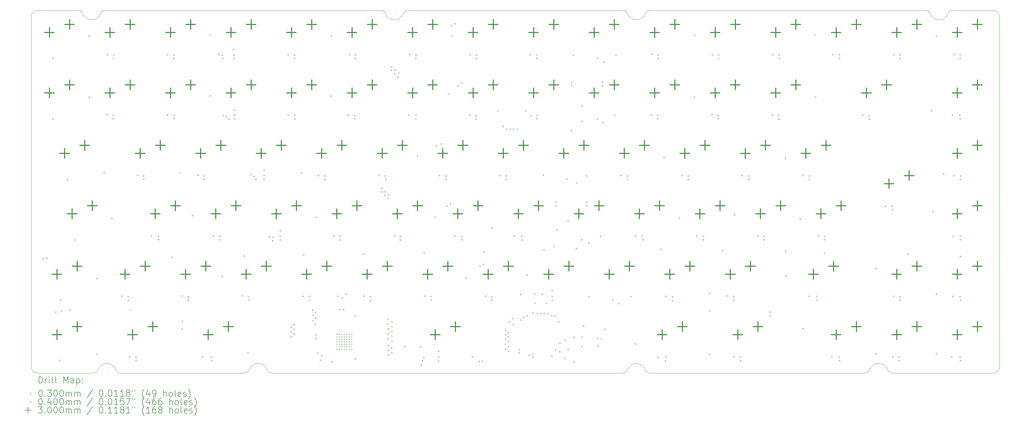
<source format=gbr>
%TF.GenerationSoftware,KiCad,Pcbnew,7.0.2*%
%TF.CreationDate,2023-04-27T19:56:06+01:00*%
%TF.ProjectId,ISO75+STM+PKRGB,49534f37-352b-4535-944d-2b504b524742,rev?*%
%TF.SameCoordinates,Original*%
%TF.FileFunction,Drillmap*%
%TF.FilePolarity,Positive*%
%FSLAX45Y45*%
G04 Gerber Fmt 4.5, Leading zero omitted, Abs format (unit mm)*
G04 Created by KiCad (PCBNEW 7.0.2) date 2023-04-27 19:56:06*
%MOMM*%
%LPD*%
G01*
G04 APERTURE LIST*
%ADD10C,0.100000*%
%ADD11C,0.200000*%
%ADD12C,0.030000*%
%ADD13C,0.040000*%
%ADD14C,0.300000*%
G04 APERTURE END LIST*
D10*
X13124264Y-1270004D02*
G75*
G03*
X12982843Y-1370000I-4J-149996D01*
G01*
X8696589Y-12600001D02*
G75*
G03*
X8838014Y-12700000I141421J50001D01*
G01*
X1470000Y-1270000D02*
X2750735Y-1270000D01*
X13124264Y-1270000D02*
X19895735Y-1270000D01*
X29562157Y-1370000D02*
G75*
G03*
X30127842Y-1370000I282843J100000D01*
G01*
X4095000Y-12700000D02*
X4075514Y-12700000D01*
X3934089Y-12600001D02*
G75*
G03*
X4075514Y-12700000I141421J50001D01*
G01*
X31550000Y-12700000D02*
G75*
G03*
X31750000Y-12500000I0J200000D01*
G01*
X3599264Y-1270004D02*
G75*
G03*
X3457842Y-1370000I-4J-149996D01*
G01*
X20602845Y-12599999D02*
G75*
G03*
X20744263Y-12700000I141415J49989D01*
G01*
X12417161Y-1369998D02*
G75*
G03*
X12275735Y-1270000I-141421J-50002D01*
G01*
X20744264Y-1270000D02*
X29420735Y-1270000D01*
X12417157Y-1370000D02*
G75*
G03*
X12982842Y-1370000I282843J100000D01*
G01*
X1470000Y-1270000D02*
G75*
G03*
X1270000Y-1470000I0J-200000D01*
G01*
X31550000Y-12700000D02*
X28364264Y-12700000D01*
X8696593Y-12600000D02*
G75*
G03*
X8130907Y-12600000I-282843J-100000D01*
G01*
X7988235Y-12700000D02*
X7970000Y-12700000D01*
X27515735Y-12699998D02*
G75*
G03*
X27657157Y-12600000I-5J150008D01*
G01*
X19895735Y-12700000D02*
X8838014Y-12700000D01*
X31750000Y-1470000D02*
G75*
G03*
X31550000Y-1270000I-200000J0D01*
G01*
X28222842Y-12600000D02*
G75*
G03*
X27657157Y-12600000I-282843J-100000D01*
G01*
X1270000Y-12500000D02*
X1270000Y-1470000D01*
X3599264Y-1270000D02*
X12275735Y-1270000D01*
X27515735Y-12700000D02*
X20744263Y-12700000D01*
X29562155Y-1370001D02*
G75*
G03*
X29420735Y-1270000I-141415J-49989D01*
G01*
X3934092Y-12600000D02*
G75*
G03*
X3368407Y-12600000I-282843J-100000D01*
G01*
X30269264Y-1270000D02*
X31550000Y-1270000D01*
X30269264Y-1270001D02*
G75*
G03*
X30127842Y-1370000I6J-150009D01*
G01*
X20744264Y-1270001D02*
G75*
G03*
X20602843Y-1370000I6J-150009D01*
G01*
X7989068Y-12699995D02*
G75*
G03*
X8130907Y-12600000I422J149996D01*
G01*
X7989068Y-12700000D02*
X7988235Y-12700000D01*
X7970000Y-12700000D02*
X4095000Y-12700000D01*
X28222845Y-12599999D02*
G75*
G03*
X28364264Y-12700000I141415J49989D01*
G01*
X31750000Y-1470000D02*
X31750000Y-12500000D01*
X19895735Y-12699998D02*
G75*
G03*
X20037157Y-12600000I-5J150008D01*
G01*
X3226985Y-12700000D02*
X1470000Y-12700000D01*
X20037155Y-1370001D02*
G75*
G03*
X19895735Y-1270000I-141415J-49989D01*
G01*
X2892161Y-1369998D02*
G75*
G03*
X2750735Y-1270000I-141421J-50002D01*
G01*
X3226985Y-12699996D02*
G75*
G03*
X3368407Y-12600000I5J149996D01*
G01*
X2892157Y-1370000D02*
G75*
G03*
X3457842Y-1370000I282843J100000D01*
G01*
X1270000Y-12500000D02*
G75*
G03*
X1470000Y-12700000I200000J0D01*
G01*
X20037157Y-1370000D02*
G75*
G03*
X20602842Y-1370000I282843J100000D01*
G01*
X20602842Y-12600000D02*
G75*
G03*
X20037157Y-12600000I-282843J-100000D01*
G01*
D11*
D12*
X10873572Y-11466071D02*
X10903572Y-11496071D01*
X10903572Y-11466071D02*
X10873572Y-11496071D01*
X10873572Y-11543214D02*
X10903572Y-11573214D01*
X10903572Y-11543214D02*
X10873572Y-11573214D01*
X10873572Y-11620357D02*
X10903572Y-11650357D01*
X10903572Y-11620357D02*
X10873572Y-11650357D01*
X10873572Y-11697500D02*
X10903572Y-11727500D01*
X10903572Y-11697500D02*
X10873572Y-11727500D01*
X10873572Y-11774643D02*
X10903572Y-11804643D01*
X10903572Y-11774643D02*
X10873572Y-11804643D01*
X10873572Y-11851786D02*
X10903572Y-11881786D01*
X10903572Y-11851786D02*
X10873572Y-11881786D01*
X10873572Y-11928928D02*
X10903572Y-11958928D01*
X10903572Y-11928928D02*
X10873572Y-11958928D01*
X10950714Y-11466071D02*
X10980714Y-11496071D01*
X10980714Y-11466071D02*
X10950714Y-11496071D01*
X10950714Y-11543214D02*
X10980714Y-11573214D01*
X10980714Y-11543214D02*
X10950714Y-11573214D01*
X10950714Y-11620357D02*
X10980714Y-11650357D01*
X10980714Y-11620357D02*
X10950714Y-11650357D01*
X10950714Y-11697500D02*
X10980714Y-11727500D01*
X10980714Y-11697500D02*
X10950714Y-11727500D01*
X10950714Y-11774643D02*
X10980714Y-11804643D01*
X10980714Y-11774643D02*
X10950714Y-11804643D01*
X10950714Y-11851786D02*
X10980714Y-11881786D01*
X10980714Y-11851786D02*
X10950714Y-11881786D01*
X10950714Y-11928928D02*
X10980714Y-11958928D01*
X10980714Y-11928928D02*
X10950714Y-11958928D01*
X11027857Y-11466071D02*
X11057857Y-11496071D01*
X11057857Y-11466071D02*
X11027857Y-11496071D01*
X11027857Y-11543214D02*
X11057857Y-11573214D01*
X11057857Y-11543214D02*
X11027857Y-11573214D01*
X11027857Y-11620357D02*
X11057857Y-11650357D01*
X11057857Y-11620357D02*
X11027857Y-11650357D01*
X11027857Y-11697500D02*
X11057857Y-11727500D01*
X11057857Y-11697500D02*
X11027857Y-11727500D01*
X11027857Y-11774643D02*
X11057857Y-11804643D01*
X11057857Y-11774643D02*
X11027857Y-11804643D01*
X11027857Y-11851786D02*
X11057857Y-11881786D01*
X11057857Y-11851786D02*
X11027857Y-11881786D01*
X11027857Y-11928928D02*
X11057857Y-11958928D01*
X11057857Y-11928928D02*
X11027857Y-11958928D01*
X11105000Y-11466071D02*
X11135000Y-11496071D01*
X11135000Y-11466071D02*
X11105000Y-11496071D01*
X11105000Y-11543214D02*
X11135000Y-11573214D01*
X11135000Y-11543214D02*
X11105000Y-11573214D01*
X11105000Y-11620357D02*
X11135000Y-11650357D01*
X11135000Y-11620357D02*
X11105000Y-11650357D01*
X11105000Y-11697500D02*
X11135000Y-11727500D01*
X11135000Y-11697500D02*
X11105000Y-11727500D01*
X11105000Y-11774643D02*
X11135000Y-11804643D01*
X11135000Y-11774643D02*
X11105000Y-11804643D01*
X11105000Y-11851786D02*
X11135000Y-11881786D01*
X11135000Y-11851786D02*
X11105000Y-11881786D01*
X11105000Y-11928928D02*
X11135000Y-11958928D01*
X11135000Y-11928928D02*
X11105000Y-11958928D01*
X11182143Y-11466071D02*
X11212143Y-11496071D01*
X11212143Y-11466071D02*
X11182143Y-11496071D01*
X11182143Y-11543214D02*
X11212143Y-11573214D01*
X11212143Y-11543214D02*
X11182143Y-11573214D01*
X11182143Y-11620357D02*
X11212143Y-11650357D01*
X11212143Y-11620357D02*
X11182143Y-11650357D01*
X11182143Y-11697500D02*
X11212143Y-11727500D01*
X11212143Y-11697500D02*
X11182143Y-11727500D01*
X11182143Y-11774643D02*
X11212143Y-11804643D01*
X11212143Y-11774643D02*
X11182143Y-11804643D01*
X11182143Y-11851786D02*
X11212143Y-11881786D01*
X11212143Y-11851786D02*
X11182143Y-11881786D01*
X11182143Y-11928928D02*
X11212143Y-11958928D01*
X11212143Y-11928928D02*
X11182143Y-11958928D01*
X11259286Y-11466071D02*
X11289286Y-11496071D01*
X11289286Y-11466071D02*
X11259286Y-11496071D01*
X11259286Y-11543214D02*
X11289286Y-11573214D01*
X11289286Y-11543214D02*
X11259286Y-11573214D01*
X11259286Y-11620357D02*
X11289286Y-11650357D01*
X11289286Y-11620357D02*
X11259286Y-11650357D01*
X11259286Y-11697500D02*
X11289286Y-11727500D01*
X11289286Y-11697500D02*
X11259286Y-11727500D01*
X11259286Y-11774643D02*
X11289286Y-11804643D01*
X11289286Y-11774643D02*
X11259286Y-11804643D01*
X11259286Y-11851786D02*
X11289286Y-11881786D01*
X11289286Y-11851786D02*
X11259286Y-11881786D01*
X11259286Y-11928928D02*
X11289286Y-11958928D01*
X11289286Y-11928928D02*
X11259286Y-11958928D01*
X11336428Y-11466071D02*
X11366428Y-11496071D01*
X11366428Y-11466071D02*
X11336428Y-11496071D01*
X11336428Y-11543214D02*
X11366428Y-11573214D01*
X11366428Y-11543214D02*
X11336428Y-11573214D01*
X11336428Y-11620357D02*
X11366428Y-11650357D01*
X11366428Y-11620357D02*
X11336428Y-11650357D01*
X11336428Y-11697500D02*
X11366428Y-11727500D01*
X11366428Y-11697500D02*
X11336428Y-11727500D01*
X11336428Y-11774643D02*
X11366428Y-11804643D01*
X11366428Y-11774643D02*
X11336428Y-11804643D01*
X11336428Y-11851786D02*
X11366428Y-11881786D01*
X11366428Y-11851786D02*
X11336428Y-11881786D01*
X11336428Y-11928928D02*
X11366428Y-11958928D01*
X11366428Y-11928928D02*
X11336428Y-11958928D01*
D13*
X1666650Y-9096927D02*
G75*
G03*
X1666650Y-9096927I-20000J0D01*
G01*
X1776984Y-9081435D02*
G75*
G03*
X1776984Y-9081435I-20000J0D01*
G01*
X1970000Y-2780000D02*
G75*
G03*
X1970000Y-2780000I-20000J0D01*
G01*
X1970000Y-4690000D02*
G75*
G03*
X1970000Y-4690000I-20000J0D01*
G01*
X2062000Y-10785420D02*
G75*
G03*
X2062000Y-10785420I-20000J0D01*
G01*
X2190000Y-12310000D02*
G75*
G03*
X2190000Y-12310000I-20000J0D01*
G01*
X2210000Y-10410000D02*
G75*
G03*
X2210000Y-10410000I-20000J0D01*
G01*
X2240000Y-10749860D02*
G75*
G03*
X2240000Y-10749860I-20000J0D01*
G01*
X2430000Y-6600000D02*
G75*
G03*
X2430000Y-6600000I-20000J0D01*
G01*
X2514300Y-10714300D02*
G75*
G03*
X2514300Y-10714300I-20000J0D01*
G01*
X2680000Y-8510000D02*
G75*
G03*
X2680000Y-8510000I-20000J0D01*
G01*
X3114000Y-4008000D02*
G75*
G03*
X3114000Y-4008000I-20000J0D01*
G01*
X3115625Y-2085000D02*
G75*
G03*
X3115625Y-2085000I-20000J0D01*
G01*
X3354000Y-12110000D02*
G75*
G03*
X3354000Y-12110000I-20000J0D01*
G01*
X3357000Y-9727000D02*
G75*
G03*
X3357000Y-9727000I-20000J0D01*
G01*
X3588000Y-6383000D02*
G75*
G03*
X3588000Y-6383000I-20000J0D01*
G01*
X3673402Y-4563402D02*
G75*
G03*
X3673402Y-4563402I-20000J0D01*
G01*
X3691769Y-2661770D02*
G75*
G03*
X3691769Y-2661770I-20000J0D01*
G01*
X3830000Y-7830000D02*
G75*
G03*
X3830000Y-7830000I-20000J0D01*
G01*
X3869500Y-4690500D02*
G75*
G03*
X3869500Y-4690500I-20000J0D01*
G01*
X3870500Y-4580500D02*
G75*
G03*
X3870500Y-4580500I-20000J0D01*
G01*
X3880000Y-2680000D02*
G75*
G03*
X3880000Y-2680000I-20000J0D01*
G01*
X3880000Y-2790000D02*
G75*
G03*
X3880000Y-2790000I-20000J0D01*
G01*
X4147497Y-10284307D02*
G75*
G03*
X4147497Y-10284307I-20000J0D01*
G01*
X4340000Y-10300000D02*
G75*
G03*
X4340000Y-10300000I-20000J0D01*
G01*
X4350000Y-10405500D02*
G75*
G03*
X4350000Y-10405500I-20000J0D01*
G01*
X4390000Y-12191810D02*
G75*
G03*
X4390000Y-12191810I-20000J0D01*
G01*
X4424250Y-10714250D02*
G75*
G03*
X4424250Y-10714250I-20000J0D01*
G01*
X4590000Y-12200000D02*
G75*
G03*
X4590000Y-12200000I-20000J0D01*
G01*
X4590000Y-12310000D02*
G75*
G03*
X4590000Y-12310000I-20000J0D01*
G01*
X4633402Y-6473402D02*
G75*
G03*
X4633402Y-6473402I-20000J0D01*
G01*
X4823237Y-6489958D02*
G75*
G03*
X4823237Y-6489958I-20000J0D01*
G01*
X4830000Y-6590000D02*
G75*
G03*
X4830000Y-6590000I-20000J0D01*
G01*
X5073402Y-8381810D02*
G75*
G03*
X5073402Y-8381810I-20000J0D01*
G01*
X5298402Y-8388402D02*
G75*
G03*
X5298402Y-8388402I-20000J0D01*
G01*
X5300000Y-8490000D02*
G75*
G03*
X5300000Y-8490000I-20000J0D01*
G01*
X5570000Y-4570000D02*
G75*
G03*
X5570000Y-4570000I-20000J0D01*
G01*
X5583402Y-2666810D02*
G75*
G03*
X5583402Y-2666810I-20000J0D01*
G01*
X5718150Y-9058150D02*
G75*
G03*
X5718150Y-9058150I-20000J0D01*
G01*
X5780000Y-2790000D02*
G75*
G03*
X5780000Y-2790000I-20000J0D01*
G01*
X5788152Y-4578652D02*
G75*
G03*
X5788152Y-4578652I-20000J0D01*
G01*
X5790000Y-2680000D02*
G75*
G03*
X5790000Y-2680000I-20000J0D01*
G01*
X5790000Y-4680000D02*
G75*
G03*
X5790000Y-4680000I-20000J0D01*
G01*
X5965000Y-6396000D02*
G75*
G03*
X5965000Y-6396000I-20000J0D01*
G01*
X6048402Y-10278402D02*
G75*
G03*
X6048402Y-10278402I-20000J0D01*
G01*
X6050000Y-11080000D02*
G75*
G03*
X6050000Y-11080000I-20000J0D01*
G01*
X6050000Y-11320000D02*
G75*
G03*
X6050000Y-11320000I-20000J0D01*
G01*
X6230000Y-10410000D02*
G75*
G03*
X6230000Y-10410000I-20000J0D01*
G01*
X6238402Y-10298402D02*
G75*
G03*
X6238402Y-10298402I-20000J0D01*
G01*
X6365000Y-7742500D02*
G75*
G03*
X6365000Y-7742500I-20000J0D01*
G01*
X6543402Y-6463402D02*
G75*
G03*
X6543402Y-6463402I-20000J0D01*
G01*
X6680000Y-12191810D02*
G75*
G03*
X6680000Y-12191810I-20000J0D01*
G01*
X6730000Y-6600000D02*
G75*
G03*
X6730000Y-6600000I-20000J0D01*
G01*
X6738402Y-6488402D02*
G75*
G03*
X6738402Y-6488402I-20000J0D01*
G01*
X6927000Y-2061000D02*
G75*
G03*
X6927000Y-2061000I-20000J0D01*
G01*
X6927000Y-3963000D02*
G75*
G03*
X6927000Y-3963000I-20000J0D01*
G01*
X6960000Y-12200500D02*
G75*
G03*
X6960000Y-12200500I-20000J0D01*
G01*
X6970000Y-12310500D02*
G75*
G03*
X6970000Y-12310500I-20000J0D01*
G01*
X7024997Y-8381807D02*
G75*
G03*
X7024997Y-8381807I-20000J0D01*
G01*
X7200000Y-2666810D02*
G75*
G03*
X7200000Y-2666810I-20000J0D01*
G01*
X7220000Y-8500000D02*
G75*
G03*
X7220000Y-8500000I-20000J0D01*
G01*
X7222695Y-8390500D02*
G75*
G03*
X7222695Y-8390500I-20000J0D01*
G01*
X7297099Y-2691829D02*
G75*
G03*
X7297099Y-2691829I-20000J0D01*
G01*
X7302500Y-9657500D02*
G75*
G03*
X7302500Y-9657500I-20000J0D01*
G01*
X7319620Y-2789537D02*
G75*
G03*
X7319620Y-2789537I-20000J0D01*
G01*
X7335720Y-4587030D02*
G75*
G03*
X7335720Y-4587030I-20000J0D01*
G01*
X7430774Y-4618951D02*
G75*
G03*
X7430774Y-4618951I-20000J0D01*
G01*
X7510000Y-4700000D02*
G75*
G03*
X7510000Y-4700000I-20000J0D01*
G01*
X7658570Y-2503000D02*
G75*
G03*
X7658570Y-2503000I-20000J0D01*
G01*
X7670000Y-2680000D02*
G75*
G03*
X7670000Y-2680000I-20000J0D01*
G01*
X7670000Y-2790000D02*
G75*
G03*
X7670000Y-2790000I-20000J0D01*
G01*
X7690000Y-4690000D02*
G75*
G03*
X7690000Y-4690000I-20000J0D01*
G01*
X7695000Y-4575000D02*
G75*
G03*
X7695000Y-4575000I-20000J0D01*
G01*
X7697000Y-4404000D02*
G75*
G03*
X7697000Y-4404000I-20000J0D01*
G01*
X7943402Y-10263402D02*
G75*
G03*
X7943402Y-10263402I-20000J0D01*
G01*
X8000000Y-9022590D02*
G75*
G03*
X8000000Y-9022590I-20000J0D01*
G01*
X8115000Y-12060000D02*
G75*
G03*
X8115000Y-12060000I-20000J0D01*
G01*
X8130000Y-10300000D02*
G75*
G03*
X8130000Y-10300000I-20000J0D01*
G01*
X8140000Y-10400000D02*
G75*
G03*
X8140000Y-10400000I-20000J0D01*
G01*
X8221767Y-6438628D02*
G75*
G03*
X8221767Y-6438628I-20000J0D01*
G01*
X8301598Y-6511598D02*
G75*
G03*
X8301598Y-6511598I-20000J0D01*
G01*
X8363533Y-6593533D02*
G75*
G03*
X8363533Y-6593533I-20000J0D01*
G01*
X8618000Y-6307000D02*
G75*
G03*
X8618000Y-6307000I-20000J0D01*
G01*
X8620000Y-6470370D02*
G75*
G03*
X8620000Y-6470370I-20000J0D01*
G01*
X8620000Y-6600000D02*
G75*
G03*
X8620000Y-6600000I-20000J0D01*
G01*
X8793037Y-8401310D02*
G75*
G03*
X8793037Y-8401310I-20000J0D01*
G01*
X8891598Y-8531598D02*
G75*
G03*
X8891598Y-8531598I-20000J0D01*
G01*
X8900000Y-8420000D02*
G75*
G03*
X8900000Y-8420000I-20000J0D01*
G01*
X9130000Y-8390000D02*
G75*
G03*
X9130000Y-8390000I-20000J0D01*
G01*
X9130000Y-8510000D02*
G75*
G03*
X9130000Y-8510000I-20000J0D01*
G01*
X9134000Y-8213000D02*
G75*
G03*
X9134000Y-8213000I-20000J0D01*
G01*
X9373402Y-2666810D02*
G75*
G03*
X9373402Y-2666810I-20000J0D01*
G01*
X9383402Y-4563402D02*
G75*
G03*
X9383402Y-4563402I-20000J0D01*
G01*
X9480000Y-11250000D02*
G75*
G03*
X9480000Y-11250000I-20000J0D01*
G01*
X9480000Y-11405000D02*
G75*
G03*
X9480000Y-11405000I-20000J0D01*
G01*
X9480000Y-11565000D02*
G75*
G03*
X9480000Y-11565000I-20000J0D01*
G01*
X9555000Y-11175000D02*
G75*
G03*
X9555000Y-11175000I-20000J0D01*
G01*
X9555000Y-11325170D02*
G75*
G03*
X9555000Y-11325170I-20000J0D01*
G01*
X9560000Y-11480000D02*
G75*
G03*
X9560000Y-11480000I-20000J0D01*
G01*
X9580000Y-2680000D02*
G75*
G03*
X9580000Y-2680000I-20000J0D01*
G01*
X9580000Y-2790000D02*
G75*
G03*
X9580000Y-2790000I-20000J0D01*
G01*
X9580000Y-4580000D02*
G75*
G03*
X9580000Y-4580000I-20000J0D01*
G01*
X9590000Y-4700000D02*
G75*
G03*
X9590000Y-4700000I-20000J0D01*
G01*
X9786300Y-6400800D02*
G75*
G03*
X9786300Y-6400800I-20000J0D01*
G01*
X9846769Y-10286770D02*
G75*
G03*
X9846769Y-10286770I-20000J0D01*
G01*
X9865000Y-8987030D02*
G75*
G03*
X9865000Y-8987030I-20000J0D01*
G01*
X10050000Y-10290000D02*
G75*
G03*
X10050000Y-10290000I-20000J0D01*
G01*
X10060000Y-10410000D02*
G75*
G03*
X10060000Y-10410000I-20000J0D01*
G01*
X10150000Y-10720000D02*
G75*
G03*
X10150000Y-10720000I-20000J0D01*
G01*
X10155000Y-11060000D02*
G75*
G03*
X10155000Y-11060000I-20000J0D01*
G01*
X10160000Y-10885000D02*
G75*
G03*
X10160000Y-10885000I-20000J0D01*
G01*
X10230000Y-10795000D02*
G75*
G03*
X10230000Y-10795000I-20000J0D01*
G01*
X10235000Y-10975000D02*
G75*
G03*
X10235000Y-10975000I-20000J0D01*
G01*
X10235000Y-11150000D02*
G75*
G03*
X10235000Y-11150000I-20000J0D01*
G01*
X10257000Y-11607150D02*
G75*
G03*
X10257000Y-11607150I-20000J0D01*
G01*
X10260000Y-11505000D02*
G75*
G03*
X10260000Y-11505000I-20000J0D01*
G01*
X10262000Y-7787000D02*
G75*
G03*
X10262000Y-7787000I-20000J0D01*
G01*
X10308000Y-12070000D02*
G75*
G03*
X10308000Y-12070000I-20000J0D01*
G01*
X10332400Y-6474460D02*
G75*
G03*
X10332400Y-6474460I-20000J0D01*
G01*
X10398000Y-12303000D02*
G75*
G03*
X10398000Y-12303000I-20000J0D01*
G01*
X10437033Y-12155665D02*
G75*
G03*
X10437033Y-12155665I-20000J0D01*
G01*
X10536398Y-6490498D02*
G75*
G03*
X10536398Y-6490498I-20000J0D01*
G01*
X10540000Y-6610000D02*
G75*
G03*
X10540000Y-6610000I-20000J0D01*
G01*
X10736000Y-3973000D02*
G75*
G03*
X10736000Y-3973000I-20000J0D01*
G01*
X10739000Y-2081000D02*
G75*
G03*
X10739000Y-2081000I-20000J0D01*
G01*
X10745000Y-12353000D02*
G75*
G03*
X10745000Y-12353000I-20000J0D01*
G01*
X10817019Y-8381810D02*
G75*
G03*
X10817019Y-8381810I-20000J0D01*
G01*
X10940000Y-10286810D02*
G75*
G03*
X10940000Y-10286810I-20000J0D01*
G01*
X11000000Y-10700000D02*
G75*
G03*
X11000000Y-10700000I-20000J0D01*
G01*
X11020000Y-8390500D02*
G75*
G03*
X11020000Y-8390500I-20000J0D01*
G01*
X11020000Y-8510000D02*
G75*
G03*
X11020000Y-8510000I-20000J0D01*
G01*
X11080000Y-10332530D02*
G75*
G03*
X11080000Y-10332530I-20000J0D01*
G01*
X11120000Y-10700000D02*
G75*
G03*
X11120000Y-10700000I-20000J0D01*
G01*
X11210000Y-10210000D02*
G75*
G03*
X11210000Y-10210000I-20000J0D01*
G01*
X11270000Y-4571810D02*
G75*
G03*
X11270000Y-4571810I-20000J0D01*
G01*
X11303864Y-2665174D02*
G75*
G03*
X11303864Y-2665174I-20000J0D01*
G01*
X11476461Y-4690000D02*
G75*
G03*
X11476461Y-4690000I-20000J0D01*
G01*
X11476598Y-4586598D02*
G75*
G03*
X11476598Y-4586598I-20000J0D01*
G01*
X11490000Y-10900000D02*
G75*
G03*
X11490000Y-10900000I-20000J0D01*
G01*
X11497000Y-12253650D02*
G75*
G03*
X11497000Y-12253650I-20000J0D01*
G01*
X11500000Y-2675500D02*
G75*
G03*
X11500000Y-2675500I-20000J0D01*
G01*
X11500000Y-2785500D02*
G75*
G03*
X11500000Y-2785500I-20000J0D01*
G01*
X11750000Y-8951470D02*
G75*
G03*
X11750000Y-8951470I-20000J0D01*
G01*
X11768405Y-10278405D02*
G75*
G03*
X11768405Y-10278405I-20000J0D01*
G01*
X11964098Y-10294098D02*
G75*
G03*
X11964098Y-10294098I-20000J0D01*
G01*
X11970000Y-10420000D02*
G75*
G03*
X11970000Y-10420000I-20000J0D01*
G01*
X12239940Y-6476810D02*
G75*
G03*
X12239940Y-6476810I-20000J0D01*
G01*
X12323402Y-6993402D02*
G75*
G03*
X12323402Y-6993402I-20000J0D01*
G01*
X12333754Y-6879856D02*
G75*
G03*
X12333754Y-6879856I-20000J0D01*
G01*
X12421805Y-7101805D02*
G75*
G03*
X12421805Y-7101805I-20000J0D01*
G01*
X12430000Y-6990000D02*
G75*
G03*
X12430000Y-6990000I-20000J0D01*
G01*
X12437582Y-6489222D02*
G75*
G03*
X12437582Y-6489222I-20000J0D01*
G01*
X12450760Y-6595500D02*
G75*
G03*
X12450760Y-6595500I-20000J0D01*
G01*
X12516800Y-11010900D02*
G75*
G03*
X12516800Y-11010900I-20000J0D01*
G01*
X12516800Y-11163300D02*
G75*
G03*
X12516800Y-11163300I-20000J0D01*
G01*
X12529500Y-11315700D02*
G75*
G03*
X12529500Y-11315700I-20000J0D01*
G01*
X12529500Y-11468100D02*
G75*
G03*
X12529500Y-11468100I-20000J0D01*
G01*
X12529500Y-11620500D02*
G75*
G03*
X12529500Y-11620500I-20000J0D01*
G01*
X12529500Y-11836400D02*
G75*
G03*
X12529500Y-11836400I-20000J0D01*
G01*
X12530000Y-7200000D02*
G75*
G03*
X12530000Y-7200000I-20000J0D01*
G01*
X12540000Y-7086805D02*
G75*
G03*
X12540000Y-7086805I-20000J0D01*
G01*
X12540000Y-11990000D02*
G75*
G03*
X12540000Y-11990000I-20000J0D01*
G01*
X12540000Y-12137970D02*
G75*
G03*
X12540000Y-12137970I-20000J0D01*
G01*
X12630207Y-3160207D02*
G75*
G03*
X12630207Y-3160207I-20000J0D01*
G01*
X12631100Y-11912600D02*
G75*
G03*
X12631100Y-11912600I-20000J0D01*
G01*
X12638610Y-3048610D02*
G75*
G03*
X12638610Y-3048610I-20000J0D01*
G01*
X12640000Y-12060000D02*
G75*
G03*
X12640000Y-12060000I-20000J0D01*
G01*
X12643800Y-11087100D02*
G75*
G03*
X12643800Y-11087100I-20000J0D01*
G01*
X12643800Y-11239500D02*
G75*
G03*
X12643800Y-11239500I-20000J0D01*
G01*
X12643800Y-11391900D02*
G75*
G03*
X12643800Y-11391900I-20000J0D01*
G01*
X12643800Y-11544300D02*
G75*
G03*
X12643800Y-11544300I-20000J0D01*
G01*
X12643800Y-11696700D02*
G75*
G03*
X12643800Y-11696700I-20000J0D01*
G01*
X12732497Y-8374307D02*
G75*
G03*
X12732497Y-8374307I-20000J0D01*
G01*
X12733402Y-3263402D02*
G75*
G03*
X12733402Y-3263402I-20000J0D01*
G01*
X12741805Y-3151805D02*
G75*
G03*
X12741805Y-3151805I-20000J0D01*
G01*
X12831598Y-3371598D02*
G75*
G03*
X12831598Y-3371598I-20000J0D01*
G01*
X12855000Y-3245000D02*
G75*
G03*
X12855000Y-3245000I-20000J0D01*
G01*
X12910000Y-8510000D02*
G75*
G03*
X12910000Y-8510000I-20000J0D01*
G01*
X12911598Y-8401598D02*
G75*
G03*
X12911598Y-8401598I-20000J0D01*
G01*
X13045000Y-11875000D02*
G75*
G03*
X13045000Y-11875000I-20000J0D01*
G01*
X13180000Y-4570000D02*
G75*
G03*
X13180000Y-4570000I-20000J0D01*
G01*
X13210000Y-2660000D02*
G75*
G03*
X13210000Y-2660000I-20000J0D01*
G01*
X13395500Y-2785500D02*
G75*
G03*
X13395500Y-2785500I-20000J0D01*
G01*
X13400000Y-2680000D02*
G75*
G03*
X13400000Y-2680000I-20000J0D01*
G01*
X13400000Y-4580000D02*
G75*
G03*
X13400000Y-4580000I-20000J0D01*
G01*
X13400000Y-4690000D02*
G75*
G03*
X13400000Y-4690000I-20000J0D01*
G01*
X13447500Y-5850000D02*
G75*
G03*
X13447500Y-5850000I-20000J0D01*
G01*
X13545000Y-11875000D02*
G75*
G03*
X13545000Y-11875000I-20000J0D01*
G01*
X13570000Y-12460000D02*
G75*
G03*
X13570000Y-12460000I-20000J0D01*
G01*
X13603402Y-12323402D02*
G75*
G03*
X13603402Y-12323402I-20000J0D01*
G01*
X13647500Y-12210000D02*
G75*
G03*
X13647500Y-12210000I-20000J0D01*
G01*
X13655000Y-8915910D02*
G75*
G03*
X13655000Y-8915910I-20000J0D01*
G01*
X13669997Y-10276807D02*
G75*
G03*
X13669997Y-10276807I-20000J0D01*
G01*
X13870000Y-10290000D02*
G75*
G03*
X13870000Y-10290000I-20000J0D01*
G01*
X13880000Y-10400000D02*
G75*
G03*
X13880000Y-10400000I-20000J0D01*
G01*
X14015000Y-7784000D02*
G75*
G03*
X14015000Y-7784000I-20000J0D01*
G01*
X14045644Y-5549210D02*
G75*
G03*
X14045644Y-5549210I-20000J0D01*
G01*
X14110000Y-12200500D02*
G75*
G03*
X14110000Y-12200500I-20000J0D01*
G01*
X14114000Y-12012000D02*
G75*
G03*
X14114000Y-12012000I-20000J0D01*
G01*
X14120000Y-12310000D02*
G75*
G03*
X14120000Y-12310000I-20000J0D01*
G01*
X14146092Y-6476092D02*
G75*
G03*
X14146092Y-6476092I-20000J0D01*
G01*
X14202000Y-5483860D02*
G75*
G03*
X14202000Y-5483860I-20000J0D01*
G01*
X14345000Y-6605000D02*
G75*
G03*
X14345000Y-6605000I-20000J0D01*
G01*
X14348140Y-6487160D02*
G75*
G03*
X14348140Y-6487160I-20000J0D01*
G01*
X14375000Y-7436000D02*
G75*
G03*
X14375000Y-7436000I-20000J0D01*
G01*
X14432500Y-3902500D02*
G75*
G03*
X14432500Y-3902500I-20000J0D01*
G01*
X14492000Y-7366000D02*
G75*
G03*
X14492000Y-7366000I-20000J0D01*
G01*
X14524000Y-1754000D02*
G75*
G03*
X14524000Y-1754000I-20000J0D01*
G01*
X14547500Y-2070000D02*
G75*
G03*
X14547500Y-2070000I-20000J0D01*
G01*
X14627000Y-1689790D02*
G75*
G03*
X14627000Y-1689790I-20000J0D01*
G01*
X14630902Y-8381810D02*
G75*
G03*
X14630902Y-8381810I-20000J0D01*
G01*
X14732000Y-3644210D02*
G75*
G03*
X14732000Y-3644210I-20000J0D01*
G01*
X14839000Y-3554150D02*
G75*
G03*
X14839000Y-3554150I-20000J0D01*
G01*
X14840000Y-8390000D02*
G75*
G03*
X14840000Y-8390000I-20000J0D01*
G01*
X14850000Y-8500000D02*
G75*
G03*
X14850000Y-8500000I-20000J0D01*
G01*
X14980000Y-9700000D02*
G75*
G03*
X14980000Y-9700000I-20000J0D01*
G01*
X15102604Y-4571810D02*
G75*
G03*
X15102604Y-4571810I-20000J0D01*
G01*
X15104691Y-2666810D02*
G75*
G03*
X15104691Y-2666810I-20000J0D01*
G01*
X15178000Y-12186000D02*
G75*
G03*
X15178000Y-12186000I-20000J0D01*
G01*
X15290000Y-4700000D02*
G75*
G03*
X15290000Y-4700000I-20000J0D01*
G01*
X15296598Y-4596598D02*
G75*
G03*
X15296598Y-4596598I-20000J0D01*
G01*
X15300000Y-2680000D02*
G75*
G03*
X15300000Y-2680000I-20000J0D01*
G01*
X15300000Y-2790000D02*
G75*
G03*
X15300000Y-2790000I-20000J0D01*
G01*
X15397281Y-12334925D02*
G75*
G03*
X15397281Y-12334925I-20000J0D01*
G01*
X15420000Y-9335000D02*
G75*
G03*
X15420000Y-9335000I-20000J0D01*
G01*
X15492435Y-12337565D02*
G75*
G03*
X15492435Y-12337565I-20000J0D01*
G01*
X15525000Y-9277405D02*
G75*
G03*
X15525000Y-9277405I-20000J0D01*
G01*
X15535000Y-8880350D02*
G75*
G03*
X15535000Y-8880350I-20000J0D01*
G01*
X15594997Y-10281807D02*
G75*
G03*
X15594997Y-10281807I-20000J0D01*
G01*
X15780000Y-10410000D02*
G75*
G03*
X15780000Y-10410000I-20000J0D01*
G01*
X15781598Y-10301598D02*
G75*
G03*
X15781598Y-10301598I-20000J0D01*
G01*
X15790000Y-8130000D02*
G75*
G03*
X15790000Y-8130000I-20000J0D01*
G01*
X15972000Y-4440000D02*
G75*
G03*
X15972000Y-4440000I-20000J0D01*
G01*
X16044997Y-6476807D02*
G75*
G03*
X16044997Y-6476807I-20000J0D01*
G01*
X16143500Y-4929500D02*
G75*
G03*
X16143500Y-4929500I-20000J0D01*
G01*
X16215000Y-11790000D02*
G75*
G03*
X16215000Y-11790000I-20000J0D01*
G01*
X16220000Y-11640000D02*
G75*
G03*
X16220000Y-11640000I-20000J0D01*
G01*
X16220000Y-11945000D02*
G75*
G03*
X16220000Y-11945000I-20000J0D01*
G01*
X16230000Y-11355000D02*
G75*
G03*
X16230000Y-11355000I-20000J0D01*
G01*
X16230000Y-11495000D02*
G75*
G03*
X16230000Y-11495000I-20000J0D01*
G01*
X16240000Y-6600000D02*
G75*
G03*
X16240000Y-6600000I-20000J0D01*
G01*
X16247000Y-5021000D02*
G75*
G03*
X16247000Y-5021000I-20000J0D01*
G01*
X16251305Y-6485500D02*
G75*
G03*
X16251305Y-6485500I-20000J0D01*
G01*
X16315000Y-11421950D02*
G75*
G03*
X16315000Y-11421950I-20000J0D01*
G01*
X16315000Y-11560350D02*
G75*
G03*
X16315000Y-11560350I-20000J0D01*
G01*
X16320000Y-11710000D02*
G75*
G03*
X16320000Y-11710000I-20000J0D01*
G01*
X16320000Y-11865000D02*
G75*
G03*
X16320000Y-11865000I-20000J0D01*
G01*
X16320000Y-12015000D02*
G75*
G03*
X16320000Y-12015000I-20000J0D01*
G01*
X16336000Y-11082000D02*
G75*
G03*
X16336000Y-11082000I-20000J0D01*
G01*
X16369380Y-5017410D02*
G75*
G03*
X16369380Y-5017410I-20000J0D01*
G01*
X16442000Y-10988000D02*
G75*
G03*
X16442000Y-10988000I-20000J0D01*
G01*
X16464620Y-5017410D02*
G75*
G03*
X16464620Y-5017410I-20000J0D01*
G01*
X16470000Y-11175000D02*
G75*
G03*
X16470000Y-11175000I-20000J0D01*
G01*
X16500000Y-8381810D02*
G75*
G03*
X16500000Y-8381810I-20000J0D01*
G01*
X16589000Y-5016000D02*
G75*
G03*
X16589000Y-5016000I-20000J0D01*
G01*
X16649000Y-12063000D02*
G75*
G03*
X16649000Y-12063000I-20000J0D01*
G01*
X16650000Y-11965000D02*
G75*
G03*
X16650000Y-11965000I-20000J0D01*
G01*
X16700000Y-10230000D02*
G75*
G03*
X16700000Y-10230000I-20000J0D01*
G01*
X16700000Y-11030000D02*
G75*
G03*
X16700000Y-11030000I-20000J0D01*
G01*
X16730000Y-8390000D02*
G75*
G03*
X16730000Y-8390000I-20000J0D01*
G01*
X16740000Y-8510000D02*
G75*
G03*
X16740000Y-8510000I-20000J0D01*
G01*
X16795000Y-10955000D02*
G75*
G03*
X16795000Y-10955000I-20000J0D01*
G01*
X16858000Y-4440000D02*
G75*
G03*
X16858000Y-4440000I-20000J0D01*
G01*
X16900000Y-9610000D02*
G75*
G03*
X16900000Y-9610000I-20000J0D01*
G01*
X16905000Y-10894300D02*
G75*
G03*
X16905000Y-10894300I-20000J0D01*
G01*
X16970000Y-12135000D02*
G75*
G03*
X16970000Y-12135000I-20000J0D01*
G01*
X16999997Y-2666807D02*
G75*
G03*
X16999997Y-2666807I-20000J0D01*
G01*
X17019762Y-4583418D02*
G75*
G03*
X17019762Y-4583418I-20000J0D01*
G01*
X17078522Y-12110038D02*
G75*
G03*
X17078522Y-12110038I-20000J0D01*
G01*
X17081000Y-10813000D02*
G75*
G03*
X17081000Y-10813000I-20000J0D01*
G01*
X17084958Y-12205011D02*
G75*
G03*
X17084958Y-12205011I-20000J0D01*
G01*
X17135000Y-10218000D02*
G75*
G03*
X17135000Y-10218000I-20000J0D01*
G01*
X17155000Y-10502000D02*
G75*
G03*
X17155000Y-10502000I-20000J0D01*
G01*
X17210000Y-4690000D02*
G75*
G03*
X17210000Y-4690000I-20000J0D01*
G01*
X17211598Y-4581598D02*
G75*
G03*
X17211598Y-4581598I-20000J0D01*
G01*
X17214500Y-2785500D02*
G75*
G03*
X17214500Y-2785500I-20000J0D01*
G01*
X17214896Y-2678299D02*
G75*
G03*
X17214896Y-2678299I-20000J0D01*
G01*
X17233000Y-10829000D02*
G75*
G03*
X17233000Y-10829000I-20000J0D01*
G01*
X17344380Y-10828000D02*
G75*
G03*
X17344380Y-10828000I-20000J0D01*
G01*
X17377000Y-10218000D02*
G75*
G03*
X17377000Y-10218000I-20000J0D01*
G01*
X17405000Y-6465000D02*
G75*
G03*
X17405000Y-6465000I-20000J0D01*
G01*
X17430000Y-8820050D02*
G75*
G03*
X17430000Y-8820050I-20000J0D01*
G01*
X17439620Y-10828000D02*
G75*
G03*
X17439620Y-10828000I-20000J0D01*
G01*
X17509000Y-10508000D02*
G75*
G03*
X17509000Y-10508000I-20000J0D01*
G01*
X17553000Y-10833000D02*
G75*
G03*
X17553000Y-10833000I-20000J0D01*
G01*
X17674000Y-10895000D02*
G75*
G03*
X17674000Y-10895000I-20000J0D01*
G01*
X17680000Y-12165000D02*
G75*
G03*
X17680000Y-12165000I-20000J0D01*
G01*
X17690000Y-10106000D02*
G75*
G03*
X17690000Y-10106000I-20000J0D01*
G01*
X17690000Y-10300000D02*
G75*
G03*
X17690000Y-10300000I-20000J0D01*
G01*
X17690000Y-10410000D02*
G75*
G03*
X17690000Y-10410000I-20000J0D01*
G01*
X17742000Y-8707000D02*
G75*
G03*
X17742000Y-8707000I-20000J0D01*
G01*
X17781000Y-10897000D02*
G75*
G03*
X17781000Y-10897000I-20000J0D01*
G01*
X17795000Y-11968000D02*
G75*
G03*
X17795000Y-11968000I-20000J0D01*
G01*
X17810000Y-7429500D02*
G75*
G03*
X17810000Y-7429500I-20000J0D01*
G01*
X17815000Y-7317500D02*
G75*
G03*
X17815000Y-7317500I-20000J0D01*
G01*
X17838000Y-8197000D02*
G75*
G03*
X17838000Y-8197000I-20000J0D01*
G01*
X17890000Y-11100000D02*
G75*
G03*
X17890000Y-11100000I-20000J0D01*
G01*
X17930000Y-11750000D02*
G75*
G03*
X17930000Y-11750000I-20000J0D01*
G01*
X17930000Y-12035000D02*
G75*
G03*
X17930000Y-12035000I-20000J0D01*
G01*
X18081000Y-12244650D02*
G75*
G03*
X18081000Y-12244650I-20000J0D01*
G01*
X18101000Y-11674000D02*
G75*
G03*
X18101000Y-11674000I-20000J0D01*
G01*
X18150000Y-6590000D02*
G75*
G03*
X18150000Y-6590000I-20000J0D01*
G01*
X18185000Y-11962500D02*
G75*
G03*
X18185000Y-11962500I-20000J0D01*
G01*
X18190000Y-7914000D02*
G75*
G03*
X18190000Y-7914000I-20000J0D01*
G01*
X18292500Y-3627500D02*
G75*
G03*
X18292500Y-3627500I-20000J0D01*
G01*
X18297638Y-3532448D02*
G75*
G03*
X18297638Y-3532448I-20000J0D01*
G01*
X18300000Y-5062500D02*
G75*
G03*
X18300000Y-5062500I-20000J0D01*
G01*
X18352000Y-2673000D02*
G75*
G03*
X18352000Y-2673000I-20000J0D01*
G01*
X18379000Y-12351330D02*
G75*
G03*
X18379000Y-12351330I-20000J0D01*
G01*
X18385000Y-11582000D02*
G75*
G03*
X18385000Y-11582000I-20000J0D01*
G01*
X18450000Y-8785210D02*
G75*
G03*
X18450000Y-8785210I-20000J0D01*
G01*
X18460000Y-6710000D02*
G75*
G03*
X18460000Y-6710000I-20000J0D01*
G01*
X18620000Y-8500000D02*
G75*
G03*
X18620000Y-8500000I-20000J0D01*
G01*
X18622500Y-4767500D02*
G75*
G03*
X18622500Y-4767500I-20000J0D01*
G01*
X18625000Y-4290000D02*
G75*
G03*
X18625000Y-4290000I-20000J0D01*
G01*
X18626000Y-11872000D02*
G75*
G03*
X18626000Y-11872000I-20000J0D01*
G01*
X18631000Y-11569000D02*
G75*
G03*
X18631000Y-11569000I-20000J0D01*
G01*
X18676000Y-11223000D02*
G75*
G03*
X18676000Y-11223000I-20000J0D01*
G01*
X18770000Y-6485500D02*
G75*
G03*
X18770000Y-6485500I-20000J0D01*
G01*
X18780000Y-7430000D02*
G75*
G03*
X18780000Y-7430000I-20000J0D01*
G01*
X18785000Y-7322500D02*
G75*
G03*
X18785000Y-7322500I-20000J0D01*
G01*
X18840000Y-8610000D02*
G75*
G03*
X18840000Y-8610000I-20000J0D01*
G01*
X18850000Y-10295000D02*
G75*
G03*
X18850000Y-10295000I-20000J0D01*
G01*
X19110000Y-2785500D02*
G75*
G03*
X19110000Y-2785500I-20000J0D01*
G01*
X19110000Y-4700000D02*
G75*
G03*
X19110000Y-4700000I-20000J0D01*
G01*
X19120000Y-11615000D02*
G75*
G03*
X19120000Y-11615000I-20000J0D01*
G01*
X19134000Y-11849000D02*
G75*
G03*
X19134000Y-11849000I-20000J0D01*
G01*
X19215000Y-8390500D02*
G75*
G03*
X19215000Y-8390500I-20000J0D01*
G01*
X19230000Y-11620000D02*
G75*
G03*
X19230000Y-11620000I-20000J0D01*
G01*
X19272500Y-3644210D02*
G75*
G03*
X19272500Y-3644210I-20000J0D01*
G01*
X19275000Y-3532500D02*
G75*
G03*
X19275000Y-3532500I-20000J0D01*
G01*
X19290000Y-4810000D02*
G75*
G03*
X19290000Y-4810000I-20000J0D01*
G01*
X19310000Y-2900000D02*
G75*
G03*
X19310000Y-2900000I-20000J0D01*
G01*
X19344000Y-11322000D02*
G75*
G03*
X19344000Y-11322000I-20000J0D01*
G01*
X19590000Y-10405500D02*
G75*
G03*
X19590000Y-10405500I-20000J0D01*
G01*
X19660000Y-4580000D02*
G75*
G03*
X19660000Y-4580000I-20000J0D01*
G01*
X19695000Y-2685000D02*
G75*
G03*
X19695000Y-2685000I-20000J0D01*
G01*
X19780000Y-10510000D02*
G75*
G03*
X19780000Y-10510000I-20000J0D01*
G01*
X19845000Y-6476810D02*
G75*
G03*
X19845000Y-6476810I-20000J0D01*
G01*
X20055902Y-6485902D02*
G75*
G03*
X20055902Y-6485902I-20000J0D01*
G01*
X20060000Y-6600000D02*
G75*
G03*
X20060000Y-6600000I-20000J0D01*
G01*
X20170000Y-10300000D02*
G75*
G03*
X20170000Y-10300000I-20000J0D01*
G01*
X20310000Y-11785000D02*
G75*
G03*
X20310000Y-11785000I-20000J0D01*
G01*
X20312497Y-8374307D02*
G75*
G03*
X20312497Y-8374307I-20000J0D01*
G01*
X20528402Y-8388402D02*
G75*
G03*
X20528402Y-8388402I-20000J0D01*
G01*
X20550000Y-8500000D02*
G75*
G03*
X20550000Y-8500000I-20000J0D01*
G01*
X20812497Y-4564307D02*
G75*
G03*
X20812497Y-4564307I-20000J0D01*
G01*
X20829997Y-2656807D02*
G75*
G03*
X20829997Y-2656807I-20000J0D01*
G01*
X21010000Y-4580000D02*
G75*
G03*
X21010000Y-4580000I-20000J0D01*
G01*
X21010000Y-4690000D02*
G75*
G03*
X21010000Y-4690000I-20000J0D01*
G01*
X21020000Y-2680000D02*
G75*
G03*
X21020000Y-2680000I-20000J0D01*
G01*
X21020000Y-2790000D02*
G75*
G03*
X21020000Y-2790000I-20000J0D01*
G01*
X21030000Y-12207030D02*
G75*
G03*
X21030000Y-12207030I-20000J0D01*
G01*
X21105000Y-8800000D02*
G75*
G03*
X21105000Y-8800000I-20000J0D01*
G01*
X21215000Y-5908000D02*
G75*
G03*
X21215000Y-5908000I-20000J0D01*
G01*
X21250000Y-12320000D02*
G75*
G03*
X21250000Y-12320000I-20000J0D01*
G01*
X21259997Y-10286807D02*
G75*
G03*
X21259997Y-10286807I-20000J0D01*
G01*
X21260000Y-12200500D02*
G75*
G03*
X21260000Y-12200500I-20000J0D01*
G01*
X21480000Y-10420000D02*
G75*
G03*
X21480000Y-10420000I-20000J0D01*
G01*
X21490000Y-10295500D02*
G75*
G03*
X21490000Y-10295500I-20000J0D01*
G01*
X21692000Y-7806000D02*
G75*
G03*
X21692000Y-7806000I-20000J0D01*
G01*
X21780000Y-6476810D02*
G75*
G03*
X21780000Y-6476810I-20000J0D01*
G01*
X21970000Y-6600000D02*
G75*
G03*
X21970000Y-6600000I-20000J0D01*
G01*
X21973402Y-6493402D02*
G75*
G03*
X21973402Y-6493402I-20000J0D01*
G01*
X22167000Y-4010000D02*
G75*
G03*
X22167000Y-4010000I-20000J0D01*
G01*
X22172000Y-2058000D02*
G75*
G03*
X22172000Y-2058000I-20000J0D01*
G01*
X22244652Y-8381810D02*
G75*
G03*
X22244652Y-8381810I-20000J0D01*
G01*
X22450000Y-8390000D02*
G75*
G03*
X22450000Y-8390000I-20000J0D01*
G01*
X22450000Y-8500500D02*
G75*
G03*
X22450000Y-8500500I-20000J0D01*
G01*
X22640000Y-10190000D02*
G75*
G03*
X22640000Y-10190000I-20000J0D01*
G01*
X22645000Y-10745000D02*
G75*
G03*
X22645000Y-10745000I-20000J0D01*
G01*
X22645000Y-12115000D02*
G75*
G03*
X22645000Y-12115000I-20000J0D01*
G01*
X22720000Y-4560000D02*
G75*
G03*
X22720000Y-4560000I-20000J0D01*
G01*
X22733402Y-2663402D02*
G75*
G03*
X22733402Y-2663402I-20000J0D01*
G01*
X22910000Y-4589958D02*
G75*
G03*
X22910000Y-4589958I-20000J0D01*
G01*
X22920000Y-4690000D02*
G75*
G03*
X22920000Y-4690000I-20000J0D01*
G01*
X22930000Y-2680000D02*
G75*
G03*
X22930000Y-2680000I-20000J0D01*
G01*
X22930000Y-2790000D02*
G75*
G03*
X22930000Y-2790000I-20000J0D01*
G01*
X23050000Y-8840000D02*
G75*
G03*
X23050000Y-8840000I-20000J0D01*
G01*
X23202499Y-10274306D02*
G75*
G03*
X23202499Y-10274306I-20000J0D01*
G01*
X23400000Y-10410000D02*
G75*
G03*
X23400000Y-10410000I-20000J0D01*
G01*
X23410000Y-10290000D02*
G75*
G03*
X23410000Y-10290000I-20000J0D01*
G01*
X23410000Y-12191810D02*
G75*
G03*
X23410000Y-12191810I-20000J0D01*
G01*
X23435000Y-7725000D02*
G75*
G03*
X23435000Y-7725000I-20000J0D01*
G01*
X23620000Y-12200000D02*
G75*
G03*
X23620000Y-12200000I-20000J0D01*
G01*
X23620000Y-12310000D02*
G75*
G03*
X23620000Y-12310000I-20000J0D01*
G01*
X23669997Y-6476807D02*
G75*
G03*
X23669997Y-6476807I-20000J0D01*
G01*
X23870000Y-6490000D02*
G75*
G03*
X23870000Y-6490000I-20000J0D01*
G01*
X23875500Y-6595500D02*
G75*
G03*
X23875500Y-6595500I-20000J0D01*
G01*
X24173402Y-8373402D02*
G75*
G03*
X24173402Y-8373402I-20000J0D01*
G01*
X24360000Y-8500000D02*
G75*
G03*
X24360000Y-8500000I-20000J0D01*
G01*
X24363402Y-8393402D02*
G75*
G03*
X24363402Y-8393402I-20000J0D01*
G01*
X24545000Y-10787090D02*
G75*
G03*
X24545000Y-10787090I-20000J0D01*
G01*
X24550000Y-10900000D02*
G75*
G03*
X24550000Y-10900000I-20000J0D01*
G01*
X24621769Y-4571770D02*
G75*
G03*
X24621769Y-4571770I-20000J0D01*
G01*
X24636769Y-2666770D02*
G75*
G03*
X24636769Y-2666770I-20000J0D01*
G01*
X24820000Y-4580000D02*
G75*
G03*
X24820000Y-4580000I-20000J0D01*
G01*
X24830000Y-4700000D02*
G75*
G03*
X24830000Y-4700000I-20000J0D01*
G01*
X24834500Y-2675500D02*
G75*
G03*
X24834500Y-2675500I-20000J0D01*
G01*
X24840000Y-2785500D02*
G75*
G03*
X24840000Y-2785500I-20000J0D01*
G01*
X25027000Y-5933000D02*
G75*
G03*
X25027000Y-5933000I-20000J0D01*
G01*
X25035000Y-8870000D02*
G75*
G03*
X25035000Y-8870000I-20000J0D01*
G01*
X25055000Y-9640000D02*
G75*
G03*
X25055000Y-9640000I-20000J0D01*
G01*
X25500000Y-7843000D02*
G75*
G03*
X25500000Y-7843000I-20000J0D01*
G01*
X25578402Y-6476810D02*
G75*
G03*
X25578402Y-6476810I-20000J0D01*
G01*
X25590000Y-11300350D02*
G75*
G03*
X25590000Y-11300350I-20000J0D01*
G01*
X25778402Y-10286810D02*
G75*
G03*
X25778402Y-10286810I-20000J0D01*
G01*
X25790000Y-6490000D02*
G75*
G03*
X25790000Y-6490000I-20000J0D01*
G01*
X25790000Y-6600000D02*
G75*
G03*
X25790000Y-6600000I-20000J0D01*
G01*
X25971000Y-2044000D02*
G75*
G03*
X25971000Y-2044000I-20000J0D01*
G01*
X25977000Y-4000000D02*
G75*
G03*
X25977000Y-4000000I-20000J0D01*
G01*
X26020000Y-10290000D02*
G75*
G03*
X26020000Y-10290000I-20000J0D01*
G01*
X26020000Y-10400000D02*
G75*
G03*
X26020000Y-10400000I-20000J0D01*
G01*
X26063402Y-8373402D02*
G75*
G03*
X26063402Y-8373402I-20000J0D01*
G01*
X26258402Y-8388402D02*
G75*
G03*
X26258402Y-8388402I-20000J0D01*
G01*
X26260000Y-8500000D02*
G75*
G03*
X26260000Y-8500000I-20000J0D01*
G01*
X26260000Y-8927450D02*
G75*
G03*
X26260000Y-8927450I-20000J0D01*
G01*
X26492497Y-12184307D02*
G75*
G03*
X26492497Y-12184307I-20000J0D01*
G01*
X26526769Y-2666770D02*
G75*
G03*
X26526769Y-2666770I-20000J0D01*
G01*
X26720000Y-12200000D02*
G75*
G03*
X26720000Y-12200000I-20000J0D01*
G01*
X26730000Y-2670000D02*
G75*
G03*
X26730000Y-2670000I-20000J0D01*
G01*
X26730000Y-2785500D02*
G75*
G03*
X26730000Y-2785500I-20000J0D01*
G01*
X26730000Y-12310000D02*
G75*
G03*
X26730000Y-12310000I-20000J0D01*
G01*
X27460000Y-4571810D02*
G75*
G03*
X27460000Y-4571810I-20000J0D01*
G01*
X27660000Y-4590000D02*
G75*
G03*
X27660000Y-4590000I-20000J0D01*
G01*
X27670000Y-4700000D02*
G75*
G03*
X27670000Y-4700000I-20000J0D01*
G01*
X27875000Y-9404930D02*
G75*
G03*
X27875000Y-9404930I-20000J0D01*
G01*
X27875000Y-12100000D02*
G75*
G03*
X27875000Y-12100000I-20000J0D01*
G01*
X28171769Y-7451769D02*
G75*
G03*
X28171769Y-7451769I-20000J0D01*
G01*
X28390000Y-7440000D02*
G75*
G03*
X28390000Y-7440000I-20000J0D01*
G01*
X28400000Y-7550000D02*
G75*
G03*
X28400000Y-7550000I-20000J0D01*
G01*
X28411769Y-12191769D02*
G75*
G03*
X28411769Y-12191769I-20000J0D01*
G01*
X28429997Y-10286807D02*
G75*
G03*
X28429997Y-10286807I-20000J0D01*
G01*
X28440000Y-2666810D02*
G75*
G03*
X28440000Y-2666810I-20000J0D01*
G01*
X28610000Y-12200000D02*
G75*
G03*
X28610000Y-12200000I-20000J0D01*
G01*
X28610000Y-12310000D02*
G75*
G03*
X28610000Y-12310000I-20000J0D01*
G01*
X28630000Y-10300000D02*
G75*
G03*
X28630000Y-10300000I-20000J0D01*
G01*
X28640000Y-2680000D02*
G75*
G03*
X28640000Y-2680000I-20000J0D01*
G01*
X28640000Y-2790000D02*
G75*
G03*
X28640000Y-2790000I-20000J0D01*
G01*
X28640000Y-10410000D02*
G75*
G03*
X28640000Y-10410000I-20000J0D01*
G01*
X28895000Y-8963010D02*
G75*
G03*
X28895000Y-8963010I-20000J0D01*
G01*
X29630000Y-4430000D02*
G75*
G03*
X29630000Y-4430000I-20000J0D01*
G01*
X29680000Y-7610000D02*
G75*
G03*
X29680000Y-7610000I-20000J0D01*
G01*
X29785000Y-12090000D02*
G75*
G03*
X29785000Y-12090000I-20000J0D01*
G01*
X29785625Y-10220000D02*
G75*
G03*
X29785625Y-10220000I-20000J0D01*
G01*
X29789000Y-2086000D02*
G75*
G03*
X29789000Y-2086000I-20000J0D01*
G01*
X30010000Y-6435590D02*
G75*
G03*
X30010000Y-6435590I-20000J0D01*
G01*
X30260000Y-12191810D02*
G75*
G03*
X30260000Y-12191810I-20000J0D01*
G01*
X30290000Y-4571810D02*
G75*
G03*
X30290000Y-4571810I-20000J0D01*
G01*
X30299997Y-10286807D02*
G75*
G03*
X30299997Y-10286807I-20000J0D01*
G01*
X30313402Y-8387030D02*
G75*
G03*
X30313402Y-8387030I-20000J0D01*
G01*
X30338402Y-6481310D02*
G75*
G03*
X30338402Y-6481310I-20000J0D01*
G01*
X30339997Y-2656807D02*
G75*
G03*
X30339997Y-2656807I-20000J0D01*
G01*
X30520000Y-4580500D02*
G75*
G03*
X30520000Y-4580500I-20000J0D01*
G01*
X30530000Y-2790000D02*
G75*
G03*
X30530000Y-2790000I-20000J0D01*
G01*
X30530000Y-10300000D02*
G75*
G03*
X30530000Y-10300000I-20000J0D01*
G01*
X30530000Y-12200000D02*
G75*
G03*
X30530000Y-12200000I-20000J0D01*
G01*
X30530500Y-4690500D02*
G75*
G03*
X30530500Y-4690500I-20000J0D01*
G01*
X30531598Y-2671598D02*
G75*
G03*
X30531598Y-2671598I-20000J0D01*
G01*
X30537500Y-9027500D02*
G75*
G03*
X30537500Y-9027500I-20000J0D01*
G01*
X30540000Y-6600000D02*
G75*
G03*
X30540000Y-6600000I-20000J0D01*
G01*
X30540000Y-8390000D02*
G75*
G03*
X30540000Y-8390000I-20000J0D01*
G01*
X30540000Y-8500000D02*
G75*
G03*
X30540000Y-8500000I-20000J0D01*
G01*
X30540000Y-12310000D02*
G75*
G03*
X30540000Y-12310000I-20000J0D01*
G01*
X30548402Y-6488402D02*
G75*
G03*
X30548402Y-6488402I-20000J0D01*
G01*
X30550000Y-10410000D02*
G75*
G03*
X30550000Y-10410000I-20000J0D01*
G01*
D14*
X1841500Y-1818500D02*
X1841500Y-2118500D01*
X1691500Y-1968500D02*
X1991500Y-1968500D01*
X1841500Y-3723500D02*
X1841500Y-4023500D01*
X1691500Y-3873500D02*
X1991500Y-3873500D01*
X2079625Y-9438500D02*
X2079625Y-9738500D01*
X1929625Y-9588500D02*
X2229625Y-9588500D01*
X2079625Y-11343500D02*
X2079625Y-11643500D01*
X1929625Y-11493500D02*
X2229625Y-11493500D01*
X2317750Y-5628500D02*
X2317750Y-5928500D01*
X2167750Y-5778500D02*
X2467750Y-5778500D01*
X2476500Y-1564500D02*
X2476500Y-1864500D01*
X2326500Y-1714500D02*
X2626500Y-1714500D01*
X2476500Y-3469500D02*
X2476500Y-3769500D01*
X2326500Y-3619500D02*
X2626500Y-3619500D01*
X2555875Y-7533500D02*
X2555875Y-7833500D01*
X2405875Y-7683500D02*
X2705875Y-7683500D01*
X2714625Y-9184500D02*
X2714625Y-9484500D01*
X2564625Y-9334500D02*
X2864625Y-9334500D01*
X2714625Y-11089500D02*
X2714625Y-11389500D01*
X2564625Y-11239500D02*
X2864625Y-11239500D01*
X2952750Y-5374500D02*
X2952750Y-5674500D01*
X2802750Y-5524500D02*
X3102750Y-5524500D01*
X3190875Y-7279500D02*
X3190875Y-7579500D01*
X3040875Y-7429500D02*
X3340875Y-7429500D01*
X3746500Y-1818500D02*
X3746500Y-2118500D01*
X3596500Y-1968500D02*
X3896500Y-1968500D01*
X3746500Y-3723500D02*
X3746500Y-4023500D01*
X3596500Y-3873500D02*
X3896500Y-3873500D01*
X4222750Y-9438500D02*
X4222750Y-9738500D01*
X4072750Y-9588500D02*
X4372750Y-9588500D01*
X4381500Y-1564500D02*
X4381500Y-1864500D01*
X4231500Y-1714500D02*
X4531500Y-1714500D01*
X4381500Y-3469500D02*
X4381500Y-3769500D01*
X4231500Y-3619500D02*
X4531500Y-3619500D01*
X4460875Y-11343500D02*
X4460875Y-11643500D01*
X4310875Y-11493500D02*
X4610875Y-11493500D01*
X4699000Y-5628500D02*
X4699000Y-5928500D01*
X4549000Y-5778500D02*
X4849000Y-5778500D01*
X4857750Y-9184500D02*
X4857750Y-9484500D01*
X4707750Y-9334500D02*
X5007750Y-9334500D01*
X5095875Y-11089500D02*
X5095875Y-11389500D01*
X4945875Y-11239500D02*
X5245875Y-11239500D01*
X5175250Y-7533500D02*
X5175250Y-7833500D01*
X5025250Y-7683500D02*
X5325250Y-7683500D01*
X5334000Y-5374500D02*
X5334000Y-5674500D01*
X5184000Y-5524500D02*
X5484000Y-5524500D01*
X5651500Y-1818500D02*
X5651500Y-2118500D01*
X5501500Y-1968500D02*
X5801500Y-1968500D01*
X5651500Y-3723500D02*
X5651500Y-4023500D01*
X5501500Y-3873500D02*
X5801500Y-3873500D01*
X5810250Y-7279500D02*
X5810250Y-7579500D01*
X5660250Y-7429500D02*
X5960250Y-7429500D01*
X6127750Y-9438500D02*
X6127750Y-9738500D01*
X5977750Y-9588500D02*
X6277750Y-9588500D01*
X6286500Y-1564500D02*
X6286500Y-1864500D01*
X6136500Y-1714500D02*
X6436500Y-1714500D01*
X6286500Y-3469500D02*
X6286500Y-3769500D01*
X6136500Y-3619500D02*
X6436500Y-3619500D01*
X6604000Y-5628500D02*
X6604000Y-5928500D01*
X6454000Y-5778500D02*
X6754000Y-5778500D01*
X6762750Y-9184500D02*
X6762750Y-9484500D01*
X6612750Y-9334500D02*
X6912750Y-9334500D01*
X6842125Y-11343500D02*
X6842125Y-11643500D01*
X6692125Y-11493500D02*
X6992125Y-11493500D01*
X7080250Y-7533500D02*
X7080250Y-7833500D01*
X6930250Y-7683500D02*
X7230250Y-7683500D01*
X7239000Y-5374500D02*
X7239000Y-5674500D01*
X7089000Y-5524500D02*
X7389000Y-5524500D01*
X7477125Y-11089500D02*
X7477125Y-11389500D01*
X7327125Y-11239500D02*
X7627125Y-11239500D01*
X7556500Y-1818500D02*
X7556500Y-2118500D01*
X7406500Y-1968500D02*
X7706500Y-1968500D01*
X7556500Y-3723500D02*
X7556500Y-4023500D01*
X7406500Y-3873500D02*
X7706500Y-3873500D01*
X7715250Y-7279500D02*
X7715250Y-7579500D01*
X7565250Y-7429500D02*
X7865250Y-7429500D01*
X8032750Y-9438500D02*
X8032750Y-9738500D01*
X7882750Y-9588500D02*
X8182750Y-9588500D01*
X8191500Y-1564500D02*
X8191500Y-1864500D01*
X8041500Y-1714500D02*
X8341500Y-1714500D01*
X8191500Y-3469500D02*
X8191500Y-3769500D01*
X8041500Y-3619500D02*
X8341500Y-3619500D01*
X8509000Y-5628500D02*
X8509000Y-5928500D01*
X8359000Y-5778500D02*
X8659000Y-5778500D01*
X8667750Y-9184500D02*
X8667750Y-9484500D01*
X8517750Y-9334500D02*
X8817750Y-9334500D01*
X8985250Y-7533500D02*
X8985250Y-7833500D01*
X8835250Y-7683500D02*
X9135250Y-7683500D01*
X9144000Y-5374500D02*
X9144000Y-5674500D01*
X8994000Y-5524500D02*
X9294000Y-5524500D01*
X9461500Y-1818500D02*
X9461500Y-2118500D01*
X9311500Y-1968500D02*
X9611500Y-1968500D01*
X9461500Y-3723500D02*
X9461500Y-4023500D01*
X9311500Y-3873500D02*
X9611500Y-3873500D01*
X9620250Y-7279500D02*
X9620250Y-7579500D01*
X9470250Y-7429500D02*
X9770250Y-7429500D01*
X9937750Y-9438500D02*
X9937750Y-9738500D01*
X9787750Y-9588500D02*
X10087750Y-9588500D01*
X10096500Y-1564500D02*
X10096500Y-1864500D01*
X9946500Y-1714500D02*
X10246500Y-1714500D01*
X10096500Y-3469500D02*
X10096500Y-3769500D01*
X9946500Y-3619500D02*
X10246500Y-3619500D01*
X10414000Y-5628500D02*
X10414000Y-5928500D01*
X10264000Y-5778500D02*
X10564000Y-5778500D01*
X10572750Y-9184500D02*
X10572750Y-9484500D01*
X10422750Y-9334500D02*
X10722750Y-9334500D01*
X10890250Y-7533500D02*
X10890250Y-7833500D01*
X10740250Y-7683500D02*
X11040250Y-7683500D01*
X11049000Y-5374500D02*
X11049000Y-5674500D01*
X10899000Y-5524500D02*
X11199000Y-5524500D01*
X11366500Y-1818500D02*
X11366500Y-2118500D01*
X11216500Y-1968500D02*
X11516500Y-1968500D01*
X11366500Y-3723500D02*
X11366500Y-4023500D01*
X11216500Y-3873500D02*
X11516500Y-3873500D01*
X11525250Y-7279500D02*
X11525250Y-7579500D01*
X11375250Y-7429500D02*
X11675250Y-7429500D01*
X11842750Y-9438500D02*
X11842750Y-9738500D01*
X11692750Y-9588500D02*
X11992750Y-9588500D01*
X12001500Y-1564500D02*
X12001500Y-1864500D01*
X11851500Y-1714500D02*
X12151500Y-1714500D01*
X12001500Y-3469500D02*
X12001500Y-3769500D01*
X11851500Y-3619500D02*
X12151500Y-3619500D01*
X12319000Y-5628500D02*
X12319000Y-5928500D01*
X12169000Y-5778500D02*
X12469000Y-5778500D01*
X12477750Y-9184500D02*
X12477750Y-9484500D01*
X12327750Y-9334500D02*
X12627750Y-9334500D01*
X12795250Y-7533500D02*
X12795250Y-7833500D01*
X12645250Y-7683500D02*
X12945250Y-7683500D01*
X12954000Y-5374500D02*
X12954000Y-5674500D01*
X12804000Y-5524500D02*
X13104000Y-5524500D01*
X13271500Y-1818500D02*
X13271500Y-2118500D01*
X13121500Y-1968500D02*
X13421500Y-1968500D01*
X13271500Y-3723500D02*
X13271500Y-4023500D01*
X13121500Y-3873500D02*
X13421500Y-3873500D01*
X13430250Y-7279500D02*
X13430250Y-7579500D01*
X13280250Y-7429500D02*
X13580250Y-7429500D01*
X13747750Y-9438500D02*
X13747750Y-9738500D01*
X13597750Y-9588500D02*
X13897750Y-9588500D01*
X13906500Y-1564500D02*
X13906500Y-1864500D01*
X13756500Y-1714500D02*
X14056500Y-1714500D01*
X13906500Y-3469500D02*
X13906500Y-3769500D01*
X13756500Y-3619500D02*
X14056500Y-3619500D01*
X13985875Y-11343500D02*
X13985875Y-11643500D01*
X13835875Y-11493500D02*
X14135875Y-11493500D01*
X14224000Y-5628500D02*
X14224000Y-5928500D01*
X14074000Y-5778500D02*
X14374000Y-5778500D01*
X14382750Y-9184500D02*
X14382750Y-9484500D01*
X14232750Y-9334500D02*
X14532750Y-9334500D01*
X14620875Y-11089500D02*
X14620875Y-11389500D01*
X14470875Y-11239500D02*
X14770875Y-11239500D01*
X14700250Y-7533500D02*
X14700250Y-7833500D01*
X14550250Y-7683500D02*
X14850250Y-7683500D01*
X14859000Y-5374500D02*
X14859000Y-5674500D01*
X14709000Y-5524500D02*
X15009000Y-5524500D01*
X15176500Y-1818500D02*
X15176500Y-2118500D01*
X15026500Y-1968500D02*
X15326500Y-1968500D01*
X15176500Y-3723500D02*
X15176500Y-4023500D01*
X15026500Y-3873500D02*
X15326500Y-3873500D01*
X15335250Y-7279500D02*
X15335250Y-7579500D01*
X15185250Y-7429500D02*
X15485250Y-7429500D01*
X15652750Y-9438500D02*
X15652750Y-9738500D01*
X15502750Y-9588500D02*
X15802750Y-9588500D01*
X15811500Y-1564500D02*
X15811500Y-1864500D01*
X15661500Y-1714500D02*
X15961500Y-1714500D01*
X15811500Y-3469500D02*
X15811500Y-3769500D01*
X15661500Y-3619500D02*
X15961500Y-3619500D01*
X16129000Y-5628500D02*
X16129000Y-5928500D01*
X15979000Y-5778500D02*
X16279000Y-5778500D01*
X16287750Y-9184500D02*
X16287750Y-9484500D01*
X16137750Y-9334500D02*
X16437750Y-9334500D01*
X16605250Y-7533500D02*
X16605250Y-7833500D01*
X16455250Y-7683500D02*
X16755250Y-7683500D01*
X16764000Y-5374500D02*
X16764000Y-5674500D01*
X16614000Y-5524500D02*
X16914000Y-5524500D01*
X17081500Y-1818500D02*
X17081500Y-2118500D01*
X16931500Y-1968500D02*
X17231500Y-1968500D01*
X17081500Y-3723500D02*
X17081500Y-4023500D01*
X16931500Y-3873500D02*
X17231500Y-3873500D01*
X17240250Y-7279500D02*
X17240250Y-7579500D01*
X17090250Y-7429500D02*
X17390250Y-7429500D01*
X17557750Y-9438500D02*
X17557750Y-9738500D01*
X17407750Y-9588500D02*
X17707750Y-9588500D01*
X17716500Y-1564500D02*
X17716500Y-1864500D01*
X17566500Y-1714500D02*
X17866500Y-1714500D01*
X17716500Y-3469500D02*
X17716500Y-3769500D01*
X17566500Y-3619500D02*
X17866500Y-3619500D01*
X18034000Y-5628500D02*
X18034000Y-5928500D01*
X17884000Y-5778500D02*
X18184000Y-5778500D01*
X18192750Y-9184500D02*
X18192750Y-9484500D01*
X18042750Y-9334500D02*
X18342750Y-9334500D01*
X18510250Y-7533500D02*
X18510250Y-7833500D01*
X18360250Y-7683500D02*
X18660250Y-7683500D01*
X18669000Y-5374500D02*
X18669000Y-5674500D01*
X18519000Y-5524500D02*
X18819000Y-5524500D01*
X18986500Y-1818500D02*
X18986500Y-2118500D01*
X18836500Y-1968500D02*
X19136500Y-1968500D01*
X18986500Y-3723500D02*
X18986500Y-4023500D01*
X18836500Y-3873500D02*
X19136500Y-3873500D01*
X19145250Y-7279500D02*
X19145250Y-7579500D01*
X18995250Y-7429500D02*
X19295250Y-7429500D01*
X19462750Y-9438500D02*
X19462750Y-9738500D01*
X19312750Y-9588500D02*
X19612750Y-9588500D01*
X19621500Y-1564500D02*
X19621500Y-1864500D01*
X19471500Y-1714500D02*
X19771500Y-1714500D01*
X19621500Y-3469500D02*
X19621500Y-3769500D01*
X19471500Y-3619500D02*
X19771500Y-3619500D01*
X19939000Y-5628500D02*
X19939000Y-5928500D01*
X19789000Y-5778500D02*
X20089000Y-5778500D01*
X20097750Y-9184500D02*
X20097750Y-9484500D01*
X19947750Y-9334500D02*
X20247750Y-9334500D01*
X20415250Y-7533500D02*
X20415250Y-7833500D01*
X20265250Y-7683500D02*
X20565250Y-7683500D01*
X20574000Y-5374500D02*
X20574000Y-5674500D01*
X20424000Y-5524500D02*
X20724000Y-5524500D01*
X20891500Y-1818500D02*
X20891500Y-2118500D01*
X20741500Y-1968500D02*
X21041500Y-1968500D01*
X20891500Y-3723500D02*
X20891500Y-4023500D01*
X20741500Y-3873500D02*
X21041500Y-3873500D01*
X21050250Y-7279500D02*
X21050250Y-7579500D01*
X20900250Y-7429500D02*
X21200250Y-7429500D01*
X21129625Y-11343500D02*
X21129625Y-11643500D01*
X20979625Y-11493500D02*
X21279625Y-11493500D01*
X21367750Y-9438500D02*
X21367750Y-9738500D01*
X21217750Y-9588500D02*
X21517750Y-9588500D01*
X21526500Y-1564500D02*
X21526500Y-1864500D01*
X21376500Y-1714500D02*
X21676500Y-1714500D01*
X21526500Y-3469500D02*
X21526500Y-3769500D01*
X21376500Y-3619500D02*
X21676500Y-3619500D01*
X21764625Y-11089500D02*
X21764625Y-11389500D01*
X21614625Y-11239500D02*
X21914625Y-11239500D01*
X21844000Y-5628500D02*
X21844000Y-5928500D01*
X21694000Y-5778500D02*
X21994000Y-5778500D01*
X22002750Y-9184500D02*
X22002750Y-9484500D01*
X21852750Y-9334500D02*
X22152750Y-9334500D01*
X22320250Y-7533500D02*
X22320250Y-7833500D01*
X22170250Y-7683500D02*
X22470250Y-7683500D01*
X22479000Y-5374500D02*
X22479000Y-5674500D01*
X22329000Y-5524500D02*
X22629000Y-5524500D01*
X22796500Y-1818500D02*
X22796500Y-2118500D01*
X22646500Y-1968500D02*
X22946500Y-1968500D01*
X22796500Y-3723500D02*
X22796500Y-4023500D01*
X22646500Y-3873500D02*
X22946500Y-3873500D01*
X22955250Y-7279500D02*
X22955250Y-7579500D01*
X22805250Y-7429500D02*
X23105250Y-7429500D01*
X23272750Y-9438500D02*
X23272750Y-9738500D01*
X23122750Y-9588500D02*
X23422750Y-9588500D01*
X23431500Y-1564500D02*
X23431500Y-1864500D01*
X23281500Y-1714500D02*
X23581500Y-1714500D01*
X23431500Y-3469500D02*
X23431500Y-3769500D01*
X23281500Y-3619500D02*
X23581500Y-3619500D01*
X23510875Y-11343500D02*
X23510875Y-11643500D01*
X23360875Y-11493500D02*
X23660875Y-11493500D01*
X23749000Y-5628500D02*
X23749000Y-5928500D01*
X23599000Y-5778500D02*
X23899000Y-5778500D01*
X23907750Y-9184500D02*
X23907750Y-9484500D01*
X23757750Y-9334500D02*
X24057750Y-9334500D01*
X24145875Y-11089500D02*
X24145875Y-11389500D01*
X23995875Y-11239500D02*
X24295875Y-11239500D01*
X24225250Y-7533500D02*
X24225250Y-7833500D01*
X24075250Y-7683500D02*
X24375250Y-7683500D01*
X24384000Y-5374500D02*
X24384000Y-5674500D01*
X24234000Y-5524500D02*
X24534000Y-5524500D01*
X24701500Y-1818500D02*
X24701500Y-2118500D01*
X24551500Y-1968500D02*
X24851500Y-1968500D01*
X24701500Y-3723500D02*
X24701500Y-4023500D01*
X24551500Y-3873500D02*
X24851500Y-3873500D01*
X24860250Y-7279500D02*
X24860250Y-7579500D01*
X24710250Y-7429500D02*
X25010250Y-7429500D01*
X25336500Y-1564500D02*
X25336500Y-1864500D01*
X25186500Y-1714500D02*
X25486500Y-1714500D01*
X25336500Y-3469500D02*
X25336500Y-3769500D01*
X25186500Y-3619500D02*
X25486500Y-3619500D01*
X25654000Y-5628500D02*
X25654000Y-5928500D01*
X25504000Y-5778500D02*
X25804000Y-5778500D01*
X25892125Y-9438500D02*
X25892125Y-9738500D01*
X25742125Y-9588500D02*
X26042125Y-9588500D01*
X26130250Y-7533500D02*
X26130250Y-7833500D01*
X25980250Y-7683500D02*
X26280250Y-7683500D01*
X26289000Y-5374500D02*
X26289000Y-5674500D01*
X26139000Y-5524500D02*
X26439000Y-5524500D01*
X26527125Y-9184500D02*
X26527125Y-9484500D01*
X26377125Y-9334500D02*
X26677125Y-9334500D01*
X26606500Y-1818500D02*
X26606500Y-2118500D01*
X26456500Y-1968500D02*
X26756500Y-1968500D01*
X26606500Y-11343500D02*
X26606500Y-11643500D01*
X26456500Y-11493500D02*
X26756500Y-11493500D01*
X26765250Y-7279500D02*
X26765250Y-7579500D01*
X26615250Y-7429500D02*
X26915250Y-7429500D01*
X27241500Y-1564500D02*
X27241500Y-1864500D01*
X27091500Y-1714500D02*
X27391500Y-1714500D01*
X27241500Y-11089500D02*
X27241500Y-11389500D01*
X27091500Y-11239500D02*
X27391500Y-11239500D01*
X27559000Y-3723500D02*
X27559000Y-4023500D01*
X27409000Y-3873500D02*
X27709000Y-3873500D01*
X28194000Y-3469500D02*
X28194000Y-3769500D01*
X28044000Y-3619500D02*
X28344000Y-3619500D01*
X28273375Y-6581000D02*
X28273375Y-6881000D01*
X28123375Y-6731000D02*
X28423375Y-6731000D01*
X28511500Y-1818500D02*
X28511500Y-2118500D01*
X28361500Y-1968500D02*
X28661500Y-1968500D01*
X28511500Y-9438500D02*
X28511500Y-9738500D01*
X28361500Y-9588500D02*
X28661500Y-9588500D01*
X28511500Y-11343500D02*
X28511500Y-11643500D01*
X28361500Y-11493500D02*
X28661500Y-11493500D01*
X28908375Y-6327000D02*
X28908375Y-6627000D01*
X28758375Y-6477000D02*
X29058375Y-6477000D01*
X29146500Y-1564500D02*
X29146500Y-1864500D01*
X28996500Y-1714500D02*
X29296500Y-1714500D01*
X29146500Y-9184500D02*
X29146500Y-9484500D01*
X28996500Y-9334500D02*
X29296500Y-9334500D01*
X29146500Y-11089500D02*
X29146500Y-11389500D01*
X28996500Y-11239500D02*
X29296500Y-11239500D01*
X30416500Y-1818500D02*
X30416500Y-2118500D01*
X30266500Y-1968500D02*
X30566500Y-1968500D01*
X30416500Y-3723500D02*
X30416500Y-4023500D01*
X30266500Y-3873500D02*
X30566500Y-3873500D01*
X30416500Y-5628500D02*
X30416500Y-5928500D01*
X30266500Y-5778500D02*
X30566500Y-5778500D01*
X30416500Y-7533500D02*
X30416500Y-7833500D01*
X30266500Y-7683500D02*
X30566500Y-7683500D01*
X30416500Y-9438500D02*
X30416500Y-9738500D01*
X30266500Y-9588500D02*
X30566500Y-9588500D01*
X30416500Y-11343500D02*
X30416500Y-11643500D01*
X30266500Y-11493500D02*
X30566500Y-11493500D01*
X31051500Y-1564500D02*
X31051500Y-1864500D01*
X30901500Y-1714500D02*
X31201500Y-1714500D01*
X31051500Y-3469500D02*
X31051500Y-3769500D01*
X30901500Y-3619500D02*
X31201500Y-3619500D01*
X31051500Y-5374500D02*
X31051500Y-5674500D01*
X30901500Y-5524500D02*
X31201500Y-5524500D01*
X31051500Y-7279500D02*
X31051500Y-7579500D01*
X30901500Y-7429500D02*
X31201500Y-7429500D01*
X31051500Y-9184500D02*
X31051500Y-9484500D01*
X30901500Y-9334500D02*
X31201500Y-9334500D01*
X31051500Y-11089500D02*
X31051500Y-11389500D01*
X30901500Y-11239500D02*
X31201500Y-11239500D01*
D11*
X1512619Y-13017524D02*
X1512619Y-12817524D01*
X1512619Y-12817524D02*
X1560238Y-12817524D01*
X1560238Y-12817524D02*
X1588809Y-12827048D01*
X1588809Y-12827048D02*
X1607857Y-12846095D01*
X1607857Y-12846095D02*
X1617381Y-12865143D01*
X1617381Y-12865143D02*
X1626905Y-12903238D01*
X1626905Y-12903238D02*
X1626905Y-12931809D01*
X1626905Y-12931809D02*
X1617381Y-12969905D01*
X1617381Y-12969905D02*
X1607857Y-12988952D01*
X1607857Y-12988952D02*
X1588809Y-13008000D01*
X1588809Y-13008000D02*
X1560238Y-13017524D01*
X1560238Y-13017524D02*
X1512619Y-13017524D01*
X1712619Y-13017524D02*
X1712619Y-12884190D01*
X1712619Y-12922286D02*
X1722143Y-12903238D01*
X1722143Y-12903238D02*
X1731667Y-12893714D01*
X1731667Y-12893714D02*
X1750714Y-12884190D01*
X1750714Y-12884190D02*
X1769762Y-12884190D01*
X1836428Y-13017524D02*
X1836428Y-12884190D01*
X1836428Y-12817524D02*
X1826905Y-12827048D01*
X1826905Y-12827048D02*
X1836428Y-12836571D01*
X1836428Y-12836571D02*
X1845952Y-12827048D01*
X1845952Y-12827048D02*
X1836428Y-12817524D01*
X1836428Y-12817524D02*
X1836428Y-12836571D01*
X1960238Y-13017524D02*
X1941190Y-13008000D01*
X1941190Y-13008000D02*
X1931667Y-12988952D01*
X1931667Y-12988952D02*
X1931667Y-12817524D01*
X2065000Y-13017524D02*
X2045952Y-13008000D01*
X2045952Y-13008000D02*
X2036428Y-12988952D01*
X2036428Y-12988952D02*
X2036428Y-12817524D01*
X2293571Y-13017524D02*
X2293571Y-12817524D01*
X2293571Y-12817524D02*
X2360238Y-12960381D01*
X2360238Y-12960381D02*
X2426905Y-12817524D01*
X2426905Y-12817524D02*
X2426905Y-13017524D01*
X2607857Y-13017524D02*
X2607857Y-12912762D01*
X2607857Y-12912762D02*
X2598333Y-12893714D01*
X2598333Y-12893714D02*
X2579286Y-12884190D01*
X2579286Y-12884190D02*
X2541190Y-12884190D01*
X2541190Y-12884190D02*
X2522143Y-12893714D01*
X2607857Y-13008000D02*
X2588810Y-13017524D01*
X2588810Y-13017524D02*
X2541190Y-13017524D01*
X2541190Y-13017524D02*
X2522143Y-13008000D01*
X2522143Y-13008000D02*
X2512619Y-12988952D01*
X2512619Y-12988952D02*
X2512619Y-12969905D01*
X2512619Y-12969905D02*
X2522143Y-12950857D01*
X2522143Y-12950857D02*
X2541190Y-12941333D01*
X2541190Y-12941333D02*
X2588810Y-12941333D01*
X2588810Y-12941333D02*
X2607857Y-12931809D01*
X2703095Y-12884190D02*
X2703095Y-13084190D01*
X2703095Y-12893714D02*
X2722143Y-12884190D01*
X2722143Y-12884190D02*
X2760238Y-12884190D01*
X2760238Y-12884190D02*
X2779286Y-12893714D01*
X2779286Y-12893714D02*
X2788810Y-12903238D01*
X2788810Y-12903238D02*
X2798333Y-12922286D01*
X2798333Y-12922286D02*
X2798333Y-12979428D01*
X2798333Y-12979428D02*
X2788810Y-12998476D01*
X2788810Y-12998476D02*
X2779286Y-13008000D01*
X2779286Y-13008000D02*
X2760238Y-13017524D01*
X2760238Y-13017524D02*
X2722143Y-13017524D01*
X2722143Y-13017524D02*
X2703095Y-13008000D01*
X2884048Y-12998476D02*
X2893571Y-13008000D01*
X2893571Y-13008000D02*
X2884048Y-13017524D01*
X2884048Y-13017524D02*
X2874524Y-13008000D01*
X2874524Y-13008000D02*
X2884048Y-12998476D01*
X2884048Y-12998476D02*
X2884048Y-13017524D01*
X2884048Y-12893714D02*
X2893571Y-12903238D01*
X2893571Y-12903238D02*
X2884048Y-12912762D01*
X2884048Y-12912762D02*
X2874524Y-12903238D01*
X2874524Y-12903238D02*
X2884048Y-12893714D01*
X2884048Y-12893714D02*
X2884048Y-12912762D01*
D12*
X1235000Y-13330000D02*
X1265000Y-13360000D01*
X1265000Y-13330000D02*
X1235000Y-13360000D01*
D11*
X1550714Y-13237524D02*
X1569762Y-13237524D01*
X1569762Y-13237524D02*
X1588809Y-13247048D01*
X1588809Y-13247048D02*
X1598333Y-13256571D01*
X1598333Y-13256571D02*
X1607857Y-13275619D01*
X1607857Y-13275619D02*
X1617381Y-13313714D01*
X1617381Y-13313714D02*
X1617381Y-13361333D01*
X1617381Y-13361333D02*
X1607857Y-13399428D01*
X1607857Y-13399428D02*
X1598333Y-13418476D01*
X1598333Y-13418476D02*
X1588809Y-13428000D01*
X1588809Y-13428000D02*
X1569762Y-13437524D01*
X1569762Y-13437524D02*
X1550714Y-13437524D01*
X1550714Y-13437524D02*
X1531667Y-13428000D01*
X1531667Y-13428000D02*
X1522143Y-13418476D01*
X1522143Y-13418476D02*
X1512619Y-13399428D01*
X1512619Y-13399428D02*
X1503095Y-13361333D01*
X1503095Y-13361333D02*
X1503095Y-13313714D01*
X1503095Y-13313714D02*
X1512619Y-13275619D01*
X1512619Y-13275619D02*
X1522143Y-13256571D01*
X1522143Y-13256571D02*
X1531667Y-13247048D01*
X1531667Y-13247048D02*
X1550714Y-13237524D01*
X1703095Y-13418476D02*
X1712619Y-13428000D01*
X1712619Y-13428000D02*
X1703095Y-13437524D01*
X1703095Y-13437524D02*
X1693571Y-13428000D01*
X1693571Y-13428000D02*
X1703095Y-13418476D01*
X1703095Y-13418476D02*
X1703095Y-13437524D01*
X1779286Y-13237524D02*
X1903095Y-13237524D01*
X1903095Y-13237524D02*
X1836428Y-13313714D01*
X1836428Y-13313714D02*
X1865000Y-13313714D01*
X1865000Y-13313714D02*
X1884048Y-13323238D01*
X1884048Y-13323238D02*
X1893571Y-13332762D01*
X1893571Y-13332762D02*
X1903095Y-13351809D01*
X1903095Y-13351809D02*
X1903095Y-13399428D01*
X1903095Y-13399428D02*
X1893571Y-13418476D01*
X1893571Y-13418476D02*
X1884048Y-13428000D01*
X1884048Y-13428000D02*
X1865000Y-13437524D01*
X1865000Y-13437524D02*
X1807857Y-13437524D01*
X1807857Y-13437524D02*
X1788809Y-13428000D01*
X1788809Y-13428000D02*
X1779286Y-13418476D01*
X2026905Y-13237524D02*
X2045952Y-13237524D01*
X2045952Y-13237524D02*
X2065000Y-13247048D01*
X2065000Y-13247048D02*
X2074524Y-13256571D01*
X2074524Y-13256571D02*
X2084048Y-13275619D01*
X2084048Y-13275619D02*
X2093571Y-13313714D01*
X2093571Y-13313714D02*
X2093571Y-13361333D01*
X2093571Y-13361333D02*
X2084048Y-13399428D01*
X2084048Y-13399428D02*
X2074524Y-13418476D01*
X2074524Y-13418476D02*
X2065000Y-13428000D01*
X2065000Y-13428000D02*
X2045952Y-13437524D01*
X2045952Y-13437524D02*
X2026905Y-13437524D01*
X2026905Y-13437524D02*
X2007857Y-13428000D01*
X2007857Y-13428000D02*
X1998333Y-13418476D01*
X1998333Y-13418476D02*
X1988809Y-13399428D01*
X1988809Y-13399428D02*
X1979286Y-13361333D01*
X1979286Y-13361333D02*
X1979286Y-13313714D01*
X1979286Y-13313714D02*
X1988809Y-13275619D01*
X1988809Y-13275619D02*
X1998333Y-13256571D01*
X1998333Y-13256571D02*
X2007857Y-13247048D01*
X2007857Y-13247048D02*
X2026905Y-13237524D01*
X2217381Y-13237524D02*
X2236429Y-13237524D01*
X2236429Y-13237524D02*
X2255476Y-13247048D01*
X2255476Y-13247048D02*
X2265000Y-13256571D01*
X2265000Y-13256571D02*
X2274524Y-13275619D01*
X2274524Y-13275619D02*
X2284048Y-13313714D01*
X2284048Y-13313714D02*
X2284048Y-13361333D01*
X2284048Y-13361333D02*
X2274524Y-13399428D01*
X2274524Y-13399428D02*
X2265000Y-13418476D01*
X2265000Y-13418476D02*
X2255476Y-13428000D01*
X2255476Y-13428000D02*
X2236429Y-13437524D01*
X2236429Y-13437524D02*
X2217381Y-13437524D01*
X2217381Y-13437524D02*
X2198333Y-13428000D01*
X2198333Y-13428000D02*
X2188810Y-13418476D01*
X2188810Y-13418476D02*
X2179286Y-13399428D01*
X2179286Y-13399428D02*
X2169762Y-13361333D01*
X2169762Y-13361333D02*
X2169762Y-13313714D01*
X2169762Y-13313714D02*
X2179286Y-13275619D01*
X2179286Y-13275619D02*
X2188810Y-13256571D01*
X2188810Y-13256571D02*
X2198333Y-13247048D01*
X2198333Y-13247048D02*
X2217381Y-13237524D01*
X2369762Y-13437524D02*
X2369762Y-13304190D01*
X2369762Y-13323238D02*
X2379286Y-13313714D01*
X2379286Y-13313714D02*
X2398333Y-13304190D01*
X2398333Y-13304190D02*
X2426905Y-13304190D01*
X2426905Y-13304190D02*
X2445952Y-13313714D01*
X2445952Y-13313714D02*
X2455476Y-13332762D01*
X2455476Y-13332762D02*
X2455476Y-13437524D01*
X2455476Y-13332762D02*
X2465000Y-13313714D01*
X2465000Y-13313714D02*
X2484048Y-13304190D01*
X2484048Y-13304190D02*
X2512619Y-13304190D01*
X2512619Y-13304190D02*
X2531667Y-13313714D01*
X2531667Y-13313714D02*
X2541191Y-13332762D01*
X2541191Y-13332762D02*
X2541191Y-13437524D01*
X2636429Y-13437524D02*
X2636429Y-13304190D01*
X2636429Y-13323238D02*
X2645952Y-13313714D01*
X2645952Y-13313714D02*
X2665000Y-13304190D01*
X2665000Y-13304190D02*
X2693572Y-13304190D01*
X2693572Y-13304190D02*
X2712619Y-13313714D01*
X2712619Y-13313714D02*
X2722143Y-13332762D01*
X2722143Y-13332762D02*
X2722143Y-13437524D01*
X2722143Y-13332762D02*
X2731667Y-13313714D01*
X2731667Y-13313714D02*
X2750714Y-13304190D01*
X2750714Y-13304190D02*
X2779286Y-13304190D01*
X2779286Y-13304190D02*
X2798333Y-13313714D01*
X2798333Y-13313714D02*
X2807857Y-13332762D01*
X2807857Y-13332762D02*
X2807857Y-13437524D01*
X3198333Y-13228000D02*
X3026905Y-13485143D01*
X3455476Y-13237524D02*
X3474524Y-13237524D01*
X3474524Y-13237524D02*
X3493572Y-13247048D01*
X3493572Y-13247048D02*
X3503095Y-13256571D01*
X3503095Y-13256571D02*
X3512619Y-13275619D01*
X3512619Y-13275619D02*
X3522143Y-13313714D01*
X3522143Y-13313714D02*
X3522143Y-13361333D01*
X3522143Y-13361333D02*
X3512619Y-13399428D01*
X3512619Y-13399428D02*
X3503095Y-13418476D01*
X3503095Y-13418476D02*
X3493572Y-13428000D01*
X3493572Y-13428000D02*
X3474524Y-13437524D01*
X3474524Y-13437524D02*
X3455476Y-13437524D01*
X3455476Y-13437524D02*
X3436429Y-13428000D01*
X3436429Y-13428000D02*
X3426905Y-13418476D01*
X3426905Y-13418476D02*
X3417381Y-13399428D01*
X3417381Y-13399428D02*
X3407857Y-13361333D01*
X3407857Y-13361333D02*
X3407857Y-13313714D01*
X3407857Y-13313714D02*
X3417381Y-13275619D01*
X3417381Y-13275619D02*
X3426905Y-13256571D01*
X3426905Y-13256571D02*
X3436429Y-13247048D01*
X3436429Y-13247048D02*
X3455476Y-13237524D01*
X3607857Y-13418476D02*
X3617381Y-13428000D01*
X3617381Y-13428000D02*
X3607857Y-13437524D01*
X3607857Y-13437524D02*
X3598333Y-13428000D01*
X3598333Y-13428000D02*
X3607857Y-13418476D01*
X3607857Y-13418476D02*
X3607857Y-13437524D01*
X3741191Y-13237524D02*
X3760238Y-13237524D01*
X3760238Y-13237524D02*
X3779286Y-13247048D01*
X3779286Y-13247048D02*
X3788810Y-13256571D01*
X3788810Y-13256571D02*
X3798333Y-13275619D01*
X3798333Y-13275619D02*
X3807857Y-13313714D01*
X3807857Y-13313714D02*
X3807857Y-13361333D01*
X3807857Y-13361333D02*
X3798333Y-13399428D01*
X3798333Y-13399428D02*
X3788810Y-13418476D01*
X3788810Y-13418476D02*
X3779286Y-13428000D01*
X3779286Y-13428000D02*
X3760238Y-13437524D01*
X3760238Y-13437524D02*
X3741191Y-13437524D01*
X3741191Y-13437524D02*
X3722143Y-13428000D01*
X3722143Y-13428000D02*
X3712619Y-13418476D01*
X3712619Y-13418476D02*
X3703095Y-13399428D01*
X3703095Y-13399428D02*
X3693572Y-13361333D01*
X3693572Y-13361333D02*
X3693572Y-13313714D01*
X3693572Y-13313714D02*
X3703095Y-13275619D01*
X3703095Y-13275619D02*
X3712619Y-13256571D01*
X3712619Y-13256571D02*
X3722143Y-13247048D01*
X3722143Y-13247048D02*
X3741191Y-13237524D01*
X3998333Y-13437524D02*
X3884048Y-13437524D01*
X3941191Y-13437524D02*
X3941191Y-13237524D01*
X3941191Y-13237524D02*
X3922143Y-13266095D01*
X3922143Y-13266095D02*
X3903095Y-13285143D01*
X3903095Y-13285143D02*
X3884048Y-13294667D01*
X4188810Y-13437524D02*
X4074524Y-13437524D01*
X4131667Y-13437524D02*
X4131667Y-13237524D01*
X4131667Y-13237524D02*
X4112619Y-13266095D01*
X4112619Y-13266095D02*
X4093572Y-13285143D01*
X4093572Y-13285143D02*
X4074524Y-13294667D01*
X4303095Y-13323238D02*
X4284048Y-13313714D01*
X4284048Y-13313714D02*
X4274524Y-13304190D01*
X4274524Y-13304190D02*
X4265000Y-13285143D01*
X4265000Y-13285143D02*
X4265000Y-13275619D01*
X4265000Y-13275619D02*
X4274524Y-13256571D01*
X4274524Y-13256571D02*
X4284048Y-13247048D01*
X4284048Y-13247048D02*
X4303095Y-13237524D01*
X4303095Y-13237524D02*
X4341191Y-13237524D01*
X4341191Y-13237524D02*
X4360238Y-13247048D01*
X4360238Y-13247048D02*
X4369762Y-13256571D01*
X4369762Y-13256571D02*
X4379286Y-13275619D01*
X4379286Y-13275619D02*
X4379286Y-13285143D01*
X4379286Y-13285143D02*
X4369762Y-13304190D01*
X4369762Y-13304190D02*
X4360238Y-13313714D01*
X4360238Y-13313714D02*
X4341191Y-13323238D01*
X4341191Y-13323238D02*
X4303095Y-13323238D01*
X4303095Y-13323238D02*
X4284048Y-13332762D01*
X4284048Y-13332762D02*
X4274524Y-13342286D01*
X4274524Y-13342286D02*
X4265000Y-13361333D01*
X4265000Y-13361333D02*
X4265000Y-13399428D01*
X4265000Y-13399428D02*
X4274524Y-13418476D01*
X4274524Y-13418476D02*
X4284048Y-13428000D01*
X4284048Y-13428000D02*
X4303095Y-13437524D01*
X4303095Y-13437524D02*
X4341191Y-13437524D01*
X4341191Y-13437524D02*
X4360238Y-13428000D01*
X4360238Y-13428000D02*
X4369762Y-13418476D01*
X4369762Y-13418476D02*
X4379286Y-13399428D01*
X4379286Y-13399428D02*
X4379286Y-13361333D01*
X4379286Y-13361333D02*
X4369762Y-13342286D01*
X4369762Y-13342286D02*
X4360238Y-13332762D01*
X4360238Y-13332762D02*
X4341191Y-13323238D01*
X4455476Y-13237524D02*
X4455476Y-13275619D01*
X4531667Y-13237524D02*
X4531667Y-13275619D01*
X4826905Y-13513714D02*
X4817381Y-13504190D01*
X4817381Y-13504190D02*
X4798334Y-13475619D01*
X4798334Y-13475619D02*
X4788810Y-13456571D01*
X4788810Y-13456571D02*
X4779286Y-13428000D01*
X4779286Y-13428000D02*
X4769762Y-13380381D01*
X4769762Y-13380381D02*
X4769762Y-13342286D01*
X4769762Y-13342286D02*
X4779286Y-13294667D01*
X4779286Y-13294667D02*
X4788810Y-13266095D01*
X4788810Y-13266095D02*
X4798334Y-13247048D01*
X4798334Y-13247048D02*
X4817381Y-13218476D01*
X4817381Y-13218476D02*
X4826905Y-13208952D01*
X4988810Y-13304190D02*
X4988810Y-13437524D01*
X4941191Y-13228000D02*
X4893572Y-13370857D01*
X4893572Y-13370857D02*
X5017381Y-13370857D01*
X5103096Y-13437524D02*
X5141191Y-13437524D01*
X5141191Y-13437524D02*
X5160238Y-13428000D01*
X5160238Y-13428000D02*
X5169762Y-13418476D01*
X5169762Y-13418476D02*
X5188810Y-13389905D01*
X5188810Y-13389905D02*
X5198334Y-13351809D01*
X5198334Y-13351809D02*
X5198334Y-13275619D01*
X5198334Y-13275619D02*
X5188810Y-13256571D01*
X5188810Y-13256571D02*
X5179286Y-13247048D01*
X5179286Y-13247048D02*
X5160238Y-13237524D01*
X5160238Y-13237524D02*
X5122143Y-13237524D01*
X5122143Y-13237524D02*
X5103096Y-13247048D01*
X5103096Y-13247048D02*
X5093572Y-13256571D01*
X5093572Y-13256571D02*
X5084048Y-13275619D01*
X5084048Y-13275619D02*
X5084048Y-13323238D01*
X5084048Y-13323238D02*
X5093572Y-13342286D01*
X5093572Y-13342286D02*
X5103096Y-13351809D01*
X5103096Y-13351809D02*
X5122143Y-13361333D01*
X5122143Y-13361333D02*
X5160238Y-13361333D01*
X5160238Y-13361333D02*
X5179286Y-13351809D01*
X5179286Y-13351809D02*
X5188810Y-13342286D01*
X5188810Y-13342286D02*
X5198334Y-13323238D01*
X5436429Y-13437524D02*
X5436429Y-13237524D01*
X5522143Y-13437524D02*
X5522143Y-13332762D01*
X5522143Y-13332762D02*
X5512619Y-13313714D01*
X5512619Y-13313714D02*
X5493572Y-13304190D01*
X5493572Y-13304190D02*
X5465000Y-13304190D01*
X5465000Y-13304190D02*
X5445953Y-13313714D01*
X5445953Y-13313714D02*
X5436429Y-13323238D01*
X5645953Y-13437524D02*
X5626905Y-13428000D01*
X5626905Y-13428000D02*
X5617381Y-13418476D01*
X5617381Y-13418476D02*
X5607857Y-13399428D01*
X5607857Y-13399428D02*
X5607857Y-13342286D01*
X5607857Y-13342286D02*
X5617381Y-13323238D01*
X5617381Y-13323238D02*
X5626905Y-13313714D01*
X5626905Y-13313714D02*
X5645953Y-13304190D01*
X5645953Y-13304190D02*
X5674524Y-13304190D01*
X5674524Y-13304190D02*
X5693572Y-13313714D01*
X5693572Y-13313714D02*
X5703096Y-13323238D01*
X5703096Y-13323238D02*
X5712619Y-13342286D01*
X5712619Y-13342286D02*
X5712619Y-13399428D01*
X5712619Y-13399428D02*
X5703096Y-13418476D01*
X5703096Y-13418476D02*
X5693572Y-13428000D01*
X5693572Y-13428000D02*
X5674524Y-13437524D01*
X5674524Y-13437524D02*
X5645953Y-13437524D01*
X5826905Y-13437524D02*
X5807857Y-13428000D01*
X5807857Y-13428000D02*
X5798334Y-13408952D01*
X5798334Y-13408952D02*
X5798334Y-13237524D01*
X5979286Y-13428000D02*
X5960238Y-13437524D01*
X5960238Y-13437524D02*
X5922143Y-13437524D01*
X5922143Y-13437524D02*
X5903096Y-13428000D01*
X5903096Y-13428000D02*
X5893572Y-13408952D01*
X5893572Y-13408952D02*
X5893572Y-13332762D01*
X5893572Y-13332762D02*
X5903096Y-13313714D01*
X5903096Y-13313714D02*
X5922143Y-13304190D01*
X5922143Y-13304190D02*
X5960238Y-13304190D01*
X5960238Y-13304190D02*
X5979286Y-13313714D01*
X5979286Y-13313714D02*
X5988810Y-13332762D01*
X5988810Y-13332762D02*
X5988810Y-13351809D01*
X5988810Y-13351809D02*
X5893572Y-13370857D01*
X6065000Y-13428000D02*
X6084048Y-13437524D01*
X6084048Y-13437524D02*
X6122143Y-13437524D01*
X6122143Y-13437524D02*
X6141191Y-13428000D01*
X6141191Y-13428000D02*
X6150715Y-13408952D01*
X6150715Y-13408952D02*
X6150715Y-13399428D01*
X6150715Y-13399428D02*
X6141191Y-13380381D01*
X6141191Y-13380381D02*
X6122143Y-13370857D01*
X6122143Y-13370857D02*
X6093572Y-13370857D01*
X6093572Y-13370857D02*
X6074524Y-13361333D01*
X6074524Y-13361333D02*
X6065000Y-13342286D01*
X6065000Y-13342286D02*
X6065000Y-13332762D01*
X6065000Y-13332762D02*
X6074524Y-13313714D01*
X6074524Y-13313714D02*
X6093572Y-13304190D01*
X6093572Y-13304190D02*
X6122143Y-13304190D01*
X6122143Y-13304190D02*
X6141191Y-13313714D01*
X6217381Y-13513714D02*
X6226905Y-13504190D01*
X6226905Y-13504190D02*
X6245953Y-13475619D01*
X6245953Y-13475619D02*
X6255477Y-13456571D01*
X6255477Y-13456571D02*
X6265000Y-13428000D01*
X6265000Y-13428000D02*
X6274524Y-13380381D01*
X6274524Y-13380381D02*
X6274524Y-13342286D01*
X6274524Y-13342286D02*
X6265000Y-13294667D01*
X6265000Y-13294667D02*
X6255477Y-13266095D01*
X6255477Y-13266095D02*
X6245953Y-13247048D01*
X6245953Y-13247048D02*
X6226905Y-13218476D01*
X6226905Y-13218476D02*
X6217381Y-13208952D01*
D13*
X1265000Y-13609000D02*
G75*
G03*
X1265000Y-13609000I-20000J0D01*
G01*
D11*
X1550714Y-13501524D02*
X1569762Y-13501524D01*
X1569762Y-13501524D02*
X1588809Y-13511048D01*
X1588809Y-13511048D02*
X1598333Y-13520571D01*
X1598333Y-13520571D02*
X1607857Y-13539619D01*
X1607857Y-13539619D02*
X1617381Y-13577714D01*
X1617381Y-13577714D02*
X1617381Y-13625333D01*
X1617381Y-13625333D02*
X1607857Y-13663428D01*
X1607857Y-13663428D02*
X1598333Y-13682476D01*
X1598333Y-13682476D02*
X1588809Y-13692000D01*
X1588809Y-13692000D02*
X1569762Y-13701524D01*
X1569762Y-13701524D02*
X1550714Y-13701524D01*
X1550714Y-13701524D02*
X1531667Y-13692000D01*
X1531667Y-13692000D02*
X1522143Y-13682476D01*
X1522143Y-13682476D02*
X1512619Y-13663428D01*
X1512619Y-13663428D02*
X1503095Y-13625333D01*
X1503095Y-13625333D02*
X1503095Y-13577714D01*
X1503095Y-13577714D02*
X1512619Y-13539619D01*
X1512619Y-13539619D02*
X1522143Y-13520571D01*
X1522143Y-13520571D02*
X1531667Y-13511048D01*
X1531667Y-13511048D02*
X1550714Y-13501524D01*
X1703095Y-13682476D02*
X1712619Y-13692000D01*
X1712619Y-13692000D02*
X1703095Y-13701524D01*
X1703095Y-13701524D02*
X1693571Y-13692000D01*
X1693571Y-13692000D02*
X1703095Y-13682476D01*
X1703095Y-13682476D02*
X1703095Y-13701524D01*
X1884048Y-13568190D02*
X1884048Y-13701524D01*
X1836428Y-13492000D02*
X1788809Y-13634857D01*
X1788809Y-13634857D02*
X1912619Y-13634857D01*
X2026905Y-13501524D02*
X2045952Y-13501524D01*
X2045952Y-13501524D02*
X2065000Y-13511048D01*
X2065000Y-13511048D02*
X2074524Y-13520571D01*
X2074524Y-13520571D02*
X2084048Y-13539619D01*
X2084048Y-13539619D02*
X2093571Y-13577714D01*
X2093571Y-13577714D02*
X2093571Y-13625333D01*
X2093571Y-13625333D02*
X2084048Y-13663428D01*
X2084048Y-13663428D02*
X2074524Y-13682476D01*
X2074524Y-13682476D02*
X2065000Y-13692000D01*
X2065000Y-13692000D02*
X2045952Y-13701524D01*
X2045952Y-13701524D02*
X2026905Y-13701524D01*
X2026905Y-13701524D02*
X2007857Y-13692000D01*
X2007857Y-13692000D02*
X1998333Y-13682476D01*
X1998333Y-13682476D02*
X1988809Y-13663428D01*
X1988809Y-13663428D02*
X1979286Y-13625333D01*
X1979286Y-13625333D02*
X1979286Y-13577714D01*
X1979286Y-13577714D02*
X1988809Y-13539619D01*
X1988809Y-13539619D02*
X1998333Y-13520571D01*
X1998333Y-13520571D02*
X2007857Y-13511048D01*
X2007857Y-13511048D02*
X2026905Y-13501524D01*
X2217381Y-13501524D02*
X2236429Y-13501524D01*
X2236429Y-13501524D02*
X2255476Y-13511048D01*
X2255476Y-13511048D02*
X2265000Y-13520571D01*
X2265000Y-13520571D02*
X2274524Y-13539619D01*
X2274524Y-13539619D02*
X2284048Y-13577714D01*
X2284048Y-13577714D02*
X2284048Y-13625333D01*
X2284048Y-13625333D02*
X2274524Y-13663428D01*
X2274524Y-13663428D02*
X2265000Y-13682476D01*
X2265000Y-13682476D02*
X2255476Y-13692000D01*
X2255476Y-13692000D02*
X2236429Y-13701524D01*
X2236429Y-13701524D02*
X2217381Y-13701524D01*
X2217381Y-13701524D02*
X2198333Y-13692000D01*
X2198333Y-13692000D02*
X2188810Y-13682476D01*
X2188810Y-13682476D02*
X2179286Y-13663428D01*
X2179286Y-13663428D02*
X2169762Y-13625333D01*
X2169762Y-13625333D02*
X2169762Y-13577714D01*
X2169762Y-13577714D02*
X2179286Y-13539619D01*
X2179286Y-13539619D02*
X2188810Y-13520571D01*
X2188810Y-13520571D02*
X2198333Y-13511048D01*
X2198333Y-13511048D02*
X2217381Y-13501524D01*
X2369762Y-13701524D02*
X2369762Y-13568190D01*
X2369762Y-13587238D02*
X2379286Y-13577714D01*
X2379286Y-13577714D02*
X2398333Y-13568190D01*
X2398333Y-13568190D02*
X2426905Y-13568190D01*
X2426905Y-13568190D02*
X2445952Y-13577714D01*
X2445952Y-13577714D02*
X2455476Y-13596762D01*
X2455476Y-13596762D02*
X2455476Y-13701524D01*
X2455476Y-13596762D02*
X2465000Y-13577714D01*
X2465000Y-13577714D02*
X2484048Y-13568190D01*
X2484048Y-13568190D02*
X2512619Y-13568190D01*
X2512619Y-13568190D02*
X2531667Y-13577714D01*
X2531667Y-13577714D02*
X2541191Y-13596762D01*
X2541191Y-13596762D02*
X2541191Y-13701524D01*
X2636429Y-13701524D02*
X2636429Y-13568190D01*
X2636429Y-13587238D02*
X2645952Y-13577714D01*
X2645952Y-13577714D02*
X2665000Y-13568190D01*
X2665000Y-13568190D02*
X2693572Y-13568190D01*
X2693572Y-13568190D02*
X2712619Y-13577714D01*
X2712619Y-13577714D02*
X2722143Y-13596762D01*
X2722143Y-13596762D02*
X2722143Y-13701524D01*
X2722143Y-13596762D02*
X2731667Y-13577714D01*
X2731667Y-13577714D02*
X2750714Y-13568190D01*
X2750714Y-13568190D02*
X2779286Y-13568190D01*
X2779286Y-13568190D02*
X2798333Y-13577714D01*
X2798333Y-13577714D02*
X2807857Y-13596762D01*
X2807857Y-13596762D02*
X2807857Y-13701524D01*
X3198333Y-13492000D02*
X3026905Y-13749143D01*
X3455476Y-13501524D02*
X3474524Y-13501524D01*
X3474524Y-13501524D02*
X3493572Y-13511048D01*
X3493572Y-13511048D02*
X3503095Y-13520571D01*
X3503095Y-13520571D02*
X3512619Y-13539619D01*
X3512619Y-13539619D02*
X3522143Y-13577714D01*
X3522143Y-13577714D02*
X3522143Y-13625333D01*
X3522143Y-13625333D02*
X3512619Y-13663428D01*
X3512619Y-13663428D02*
X3503095Y-13682476D01*
X3503095Y-13682476D02*
X3493572Y-13692000D01*
X3493572Y-13692000D02*
X3474524Y-13701524D01*
X3474524Y-13701524D02*
X3455476Y-13701524D01*
X3455476Y-13701524D02*
X3436429Y-13692000D01*
X3436429Y-13692000D02*
X3426905Y-13682476D01*
X3426905Y-13682476D02*
X3417381Y-13663428D01*
X3417381Y-13663428D02*
X3407857Y-13625333D01*
X3407857Y-13625333D02*
X3407857Y-13577714D01*
X3407857Y-13577714D02*
X3417381Y-13539619D01*
X3417381Y-13539619D02*
X3426905Y-13520571D01*
X3426905Y-13520571D02*
X3436429Y-13511048D01*
X3436429Y-13511048D02*
X3455476Y-13501524D01*
X3607857Y-13682476D02*
X3617381Y-13692000D01*
X3617381Y-13692000D02*
X3607857Y-13701524D01*
X3607857Y-13701524D02*
X3598333Y-13692000D01*
X3598333Y-13692000D02*
X3607857Y-13682476D01*
X3607857Y-13682476D02*
X3607857Y-13701524D01*
X3741191Y-13501524D02*
X3760238Y-13501524D01*
X3760238Y-13501524D02*
X3779286Y-13511048D01*
X3779286Y-13511048D02*
X3788810Y-13520571D01*
X3788810Y-13520571D02*
X3798333Y-13539619D01*
X3798333Y-13539619D02*
X3807857Y-13577714D01*
X3807857Y-13577714D02*
X3807857Y-13625333D01*
X3807857Y-13625333D02*
X3798333Y-13663428D01*
X3798333Y-13663428D02*
X3788810Y-13682476D01*
X3788810Y-13682476D02*
X3779286Y-13692000D01*
X3779286Y-13692000D02*
X3760238Y-13701524D01*
X3760238Y-13701524D02*
X3741191Y-13701524D01*
X3741191Y-13701524D02*
X3722143Y-13692000D01*
X3722143Y-13692000D02*
X3712619Y-13682476D01*
X3712619Y-13682476D02*
X3703095Y-13663428D01*
X3703095Y-13663428D02*
X3693572Y-13625333D01*
X3693572Y-13625333D02*
X3693572Y-13577714D01*
X3693572Y-13577714D02*
X3703095Y-13539619D01*
X3703095Y-13539619D02*
X3712619Y-13520571D01*
X3712619Y-13520571D02*
X3722143Y-13511048D01*
X3722143Y-13511048D02*
X3741191Y-13501524D01*
X3998333Y-13701524D02*
X3884048Y-13701524D01*
X3941191Y-13701524D02*
X3941191Y-13501524D01*
X3941191Y-13501524D02*
X3922143Y-13530095D01*
X3922143Y-13530095D02*
X3903095Y-13549143D01*
X3903095Y-13549143D02*
X3884048Y-13558667D01*
X4179286Y-13501524D02*
X4084048Y-13501524D01*
X4084048Y-13501524D02*
X4074524Y-13596762D01*
X4074524Y-13596762D02*
X4084048Y-13587238D01*
X4084048Y-13587238D02*
X4103095Y-13577714D01*
X4103095Y-13577714D02*
X4150714Y-13577714D01*
X4150714Y-13577714D02*
X4169762Y-13587238D01*
X4169762Y-13587238D02*
X4179286Y-13596762D01*
X4179286Y-13596762D02*
X4188810Y-13615809D01*
X4188810Y-13615809D02*
X4188810Y-13663428D01*
X4188810Y-13663428D02*
X4179286Y-13682476D01*
X4179286Y-13682476D02*
X4169762Y-13692000D01*
X4169762Y-13692000D02*
X4150714Y-13701524D01*
X4150714Y-13701524D02*
X4103095Y-13701524D01*
X4103095Y-13701524D02*
X4084048Y-13692000D01*
X4084048Y-13692000D02*
X4074524Y-13682476D01*
X4255476Y-13501524D02*
X4388810Y-13501524D01*
X4388810Y-13501524D02*
X4303095Y-13701524D01*
X4455476Y-13501524D02*
X4455476Y-13539619D01*
X4531667Y-13501524D02*
X4531667Y-13539619D01*
X4826905Y-13777714D02*
X4817381Y-13768190D01*
X4817381Y-13768190D02*
X4798334Y-13739619D01*
X4798334Y-13739619D02*
X4788810Y-13720571D01*
X4788810Y-13720571D02*
X4779286Y-13692000D01*
X4779286Y-13692000D02*
X4769762Y-13644381D01*
X4769762Y-13644381D02*
X4769762Y-13606286D01*
X4769762Y-13606286D02*
X4779286Y-13558667D01*
X4779286Y-13558667D02*
X4788810Y-13530095D01*
X4788810Y-13530095D02*
X4798334Y-13511048D01*
X4798334Y-13511048D02*
X4817381Y-13482476D01*
X4817381Y-13482476D02*
X4826905Y-13472952D01*
X4988810Y-13568190D02*
X4988810Y-13701524D01*
X4941191Y-13492000D02*
X4893572Y-13634857D01*
X4893572Y-13634857D02*
X5017381Y-13634857D01*
X5179286Y-13501524D02*
X5141191Y-13501524D01*
X5141191Y-13501524D02*
X5122143Y-13511048D01*
X5122143Y-13511048D02*
X5112619Y-13520571D01*
X5112619Y-13520571D02*
X5093572Y-13549143D01*
X5093572Y-13549143D02*
X5084048Y-13587238D01*
X5084048Y-13587238D02*
X5084048Y-13663428D01*
X5084048Y-13663428D02*
X5093572Y-13682476D01*
X5093572Y-13682476D02*
X5103096Y-13692000D01*
X5103096Y-13692000D02*
X5122143Y-13701524D01*
X5122143Y-13701524D02*
X5160238Y-13701524D01*
X5160238Y-13701524D02*
X5179286Y-13692000D01*
X5179286Y-13692000D02*
X5188810Y-13682476D01*
X5188810Y-13682476D02*
X5198334Y-13663428D01*
X5198334Y-13663428D02*
X5198334Y-13615809D01*
X5198334Y-13615809D02*
X5188810Y-13596762D01*
X5188810Y-13596762D02*
X5179286Y-13587238D01*
X5179286Y-13587238D02*
X5160238Y-13577714D01*
X5160238Y-13577714D02*
X5122143Y-13577714D01*
X5122143Y-13577714D02*
X5103096Y-13587238D01*
X5103096Y-13587238D02*
X5093572Y-13596762D01*
X5093572Y-13596762D02*
X5084048Y-13615809D01*
X5369762Y-13501524D02*
X5331667Y-13501524D01*
X5331667Y-13501524D02*
X5312619Y-13511048D01*
X5312619Y-13511048D02*
X5303096Y-13520571D01*
X5303096Y-13520571D02*
X5284048Y-13549143D01*
X5284048Y-13549143D02*
X5274524Y-13587238D01*
X5274524Y-13587238D02*
X5274524Y-13663428D01*
X5274524Y-13663428D02*
X5284048Y-13682476D01*
X5284048Y-13682476D02*
X5293572Y-13692000D01*
X5293572Y-13692000D02*
X5312619Y-13701524D01*
X5312619Y-13701524D02*
X5350715Y-13701524D01*
X5350715Y-13701524D02*
X5369762Y-13692000D01*
X5369762Y-13692000D02*
X5379286Y-13682476D01*
X5379286Y-13682476D02*
X5388810Y-13663428D01*
X5388810Y-13663428D02*
X5388810Y-13615809D01*
X5388810Y-13615809D02*
X5379286Y-13596762D01*
X5379286Y-13596762D02*
X5369762Y-13587238D01*
X5369762Y-13587238D02*
X5350715Y-13577714D01*
X5350715Y-13577714D02*
X5312619Y-13577714D01*
X5312619Y-13577714D02*
X5293572Y-13587238D01*
X5293572Y-13587238D02*
X5284048Y-13596762D01*
X5284048Y-13596762D02*
X5274524Y-13615809D01*
X5626905Y-13701524D02*
X5626905Y-13501524D01*
X5712619Y-13701524D02*
X5712619Y-13596762D01*
X5712619Y-13596762D02*
X5703096Y-13577714D01*
X5703096Y-13577714D02*
X5684048Y-13568190D01*
X5684048Y-13568190D02*
X5655476Y-13568190D01*
X5655476Y-13568190D02*
X5636429Y-13577714D01*
X5636429Y-13577714D02*
X5626905Y-13587238D01*
X5836429Y-13701524D02*
X5817381Y-13692000D01*
X5817381Y-13692000D02*
X5807857Y-13682476D01*
X5807857Y-13682476D02*
X5798334Y-13663428D01*
X5798334Y-13663428D02*
X5798334Y-13606286D01*
X5798334Y-13606286D02*
X5807857Y-13587238D01*
X5807857Y-13587238D02*
X5817381Y-13577714D01*
X5817381Y-13577714D02*
X5836429Y-13568190D01*
X5836429Y-13568190D02*
X5865000Y-13568190D01*
X5865000Y-13568190D02*
X5884048Y-13577714D01*
X5884048Y-13577714D02*
X5893572Y-13587238D01*
X5893572Y-13587238D02*
X5903096Y-13606286D01*
X5903096Y-13606286D02*
X5903096Y-13663428D01*
X5903096Y-13663428D02*
X5893572Y-13682476D01*
X5893572Y-13682476D02*
X5884048Y-13692000D01*
X5884048Y-13692000D02*
X5865000Y-13701524D01*
X5865000Y-13701524D02*
X5836429Y-13701524D01*
X6017381Y-13701524D02*
X5998334Y-13692000D01*
X5998334Y-13692000D02*
X5988810Y-13672952D01*
X5988810Y-13672952D02*
X5988810Y-13501524D01*
X6169762Y-13692000D02*
X6150715Y-13701524D01*
X6150715Y-13701524D02*
X6112619Y-13701524D01*
X6112619Y-13701524D02*
X6093572Y-13692000D01*
X6093572Y-13692000D02*
X6084048Y-13672952D01*
X6084048Y-13672952D02*
X6084048Y-13596762D01*
X6084048Y-13596762D02*
X6093572Y-13577714D01*
X6093572Y-13577714D02*
X6112619Y-13568190D01*
X6112619Y-13568190D02*
X6150715Y-13568190D01*
X6150715Y-13568190D02*
X6169762Y-13577714D01*
X6169762Y-13577714D02*
X6179286Y-13596762D01*
X6179286Y-13596762D02*
X6179286Y-13615809D01*
X6179286Y-13615809D02*
X6084048Y-13634857D01*
X6255477Y-13692000D02*
X6274524Y-13701524D01*
X6274524Y-13701524D02*
X6312619Y-13701524D01*
X6312619Y-13701524D02*
X6331667Y-13692000D01*
X6331667Y-13692000D02*
X6341191Y-13672952D01*
X6341191Y-13672952D02*
X6341191Y-13663428D01*
X6341191Y-13663428D02*
X6331667Y-13644381D01*
X6331667Y-13644381D02*
X6312619Y-13634857D01*
X6312619Y-13634857D02*
X6284048Y-13634857D01*
X6284048Y-13634857D02*
X6265000Y-13625333D01*
X6265000Y-13625333D02*
X6255477Y-13606286D01*
X6255477Y-13606286D02*
X6255477Y-13596762D01*
X6255477Y-13596762D02*
X6265000Y-13577714D01*
X6265000Y-13577714D02*
X6284048Y-13568190D01*
X6284048Y-13568190D02*
X6312619Y-13568190D01*
X6312619Y-13568190D02*
X6331667Y-13577714D01*
X6407858Y-13777714D02*
X6417381Y-13768190D01*
X6417381Y-13768190D02*
X6436429Y-13739619D01*
X6436429Y-13739619D02*
X6445953Y-13720571D01*
X6445953Y-13720571D02*
X6455477Y-13692000D01*
X6455477Y-13692000D02*
X6465000Y-13644381D01*
X6465000Y-13644381D02*
X6465000Y-13606286D01*
X6465000Y-13606286D02*
X6455477Y-13558667D01*
X6455477Y-13558667D02*
X6445953Y-13530095D01*
X6445953Y-13530095D02*
X6436429Y-13511048D01*
X6436429Y-13511048D02*
X6417381Y-13482476D01*
X6417381Y-13482476D02*
X6407858Y-13472952D01*
X1165000Y-13773000D02*
X1165000Y-13973000D01*
X1065000Y-13873000D02*
X1265000Y-13873000D01*
X1493571Y-13765524D02*
X1617381Y-13765524D01*
X1617381Y-13765524D02*
X1550714Y-13841714D01*
X1550714Y-13841714D02*
X1579286Y-13841714D01*
X1579286Y-13841714D02*
X1598333Y-13851238D01*
X1598333Y-13851238D02*
X1607857Y-13860762D01*
X1607857Y-13860762D02*
X1617381Y-13879809D01*
X1617381Y-13879809D02*
X1617381Y-13927428D01*
X1617381Y-13927428D02*
X1607857Y-13946476D01*
X1607857Y-13946476D02*
X1598333Y-13956000D01*
X1598333Y-13956000D02*
X1579286Y-13965524D01*
X1579286Y-13965524D02*
X1522143Y-13965524D01*
X1522143Y-13965524D02*
X1503095Y-13956000D01*
X1503095Y-13956000D02*
X1493571Y-13946476D01*
X1703095Y-13946476D02*
X1712619Y-13956000D01*
X1712619Y-13956000D02*
X1703095Y-13965524D01*
X1703095Y-13965524D02*
X1693571Y-13956000D01*
X1693571Y-13956000D02*
X1703095Y-13946476D01*
X1703095Y-13946476D02*
X1703095Y-13965524D01*
X1836428Y-13765524D02*
X1855476Y-13765524D01*
X1855476Y-13765524D02*
X1874524Y-13775048D01*
X1874524Y-13775048D02*
X1884048Y-13784571D01*
X1884048Y-13784571D02*
X1893571Y-13803619D01*
X1893571Y-13803619D02*
X1903095Y-13841714D01*
X1903095Y-13841714D02*
X1903095Y-13889333D01*
X1903095Y-13889333D02*
X1893571Y-13927428D01*
X1893571Y-13927428D02*
X1884048Y-13946476D01*
X1884048Y-13946476D02*
X1874524Y-13956000D01*
X1874524Y-13956000D02*
X1855476Y-13965524D01*
X1855476Y-13965524D02*
X1836428Y-13965524D01*
X1836428Y-13965524D02*
X1817381Y-13956000D01*
X1817381Y-13956000D02*
X1807857Y-13946476D01*
X1807857Y-13946476D02*
X1798333Y-13927428D01*
X1798333Y-13927428D02*
X1788809Y-13889333D01*
X1788809Y-13889333D02*
X1788809Y-13841714D01*
X1788809Y-13841714D02*
X1798333Y-13803619D01*
X1798333Y-13803619D02*
X1807857Y-13784571D01*
X1807857Y-13784571D02*
X1817381Y-13775048D01*
X1817381Y-13775048D02*
X1836428Y-13765524D01*
X2026905Y-13765524D02*
X2045952Y-13765524D01*
X2045952Y-13765524D02*
X2065000Y-13775048D01*
X2065000Y-13775048D02*
X2074524Y-13784571D01*
X2074524Y-13784571D02*
X2084048Y-13803619D01*
X2084048Y-13803619D02*
X2093571Y-13841714D01*
X2093571Y-13841714D02*
X2093571Y-13889333D01*
X2093571Y-13889333D02*
X2084048Y-13927428D01*
X2084048Y-13927428D02*
X2074524Y-13946476D01*
X2074524Y-13946476D02*
X2065000Y-13956000D01*
X2065000Y-13956000D02*
X2045952Y-13965524D01*
X2045952Y-13965524D02*
X2026905Y-13965524D01*
X2026905Y-13965524D02*
X2007857Y-13956000D01*
X2007857Y-13956000D02*
X1998333Y-13946476D01*
X1998333Y-13946476D02*
X1988809Y-13927428D01*
X1988809Y-13927428D02*
X1979286Y-13889333D01*
X1979286Y-13889333D02*
X1979286Y-13841714D01*
X1979286Y-13841714D02*
X1988809Y-13803619D01*
X1988809Y-13803619D02*
X1998333Y-13784571D01*
X1998333Y-13784571D02*
X2007857Y-13775048D01*
X2007857Y-13775048D02*
X2026905Y-13765524D01*
X2217381Y-13765524D02*
X2236429Y-13765524D01*
X2236429Y-13765524D02*
X2255476Y-13775048D01*
X2255476Y-13775048D02*
X2265000Y-13784571D01*
X2265000Y-13784571D02*
X2274524Y-13803619D01*
X2274524Y-13803619D02*
X2284048Y-13841714D01*
X2284048Y-13841714D02*
X2284048Y-13889333D01*
X2284048Y-13889333D02*
X2274524Y-13927428D01*
X2274524Y-13927428D02*
X2265000Y-13946476D01*
X2265000Y-13946476D02*
X2255476Y-13956000D01*
X2255476Y-13956000D02*
X2236429Y-13965524D01*
X2236429Y-13965524D02*
X2217381Y-13965524D01*
X2217381Y-13965524D02*
X2198333Y-13956000D01*
X2198333Y-13956000D02*
X2188810Y-13946476D01*
X2188810Y-13946476D02*
X2179286Y-13927428D01*
X2179286Y-13927428D02*
X2169762Y-13889333D01*
X2169762Y-13889333D02*
X2169762Y-13841714D01*
X2169762Y-13841714D02*
X2179286Y-13803619D01*
X2179286Y-13803619D02*
X2188810Y-13784571D01*
X2188810Y-13784571D02*
X2198333Y-13775048D01*
X2198333Y-13775048D02*
X2217381Y-13765524D01*
X2369762Y-13965524D02*
X2369762Y-13832190D01*
X2369762Y-13851238D02*
X2379286Y-13841714D01*
X2379286Y-13841714D02*
X2398333Y-13832190D01*
X2398333Y-13832190D02*
X2426905Y-13832190D01*
X2426905Y-13832190D02*
X2445952Y-13841714D01*
X2445952Y-13841714D02*
X2455476Y-13860762D01*
X2455476Y-13860762D02*
X2455476Y-13965524D01*
X2455476Y-13860762D02*
X2465000Y-13841714D01*
X2465000Y-13841714D02*
X2484048Y-13832190D01*
X2484048Y-13832190D02*
X2512619Y-13832190D01*
X2512619Y-13832190D02*
X2531667Y-13841714D01*
X2531667Y-13841714D02*
X2541191Y-13860762D01*
X2541191Y-13860762D02*
X2541191Y-13965524D01*
X2636429Y-13965524D02*
X2636429Y-13832190D01*
X2636429Y-13851238D02*
X2645952Y-13841714D01*
X2645952Y-13841714D02*
X2665000Y-13832190D01*
X2665000Y-13832190D02*
X2693572Y-13832190D01*
X2693572Y-13832190D02*
X2712619Y-13841714D01*
X2712619Y-13841714D02*
X2722143Y-13860762D01*
X2722143Y-13860762D02*
X2722143Y-13965524D01*
X2722143Y-13860762D02*
X2731667Y-13841714D01*
X2731667Y-13841714D02*
X2750714Y-13832190D01*
X2750714Y-13832190D02*
X2779286Y-13832190D01*
X2779286Y-13832190D02*
X2798333Y-13841714D01*
X2798333Y-13841714D02*
X2807857Y-13860762D01*
X2807857Y-13860762D02*
X2807857Y-13965524D01*
X3198333Y-13756000D02*
X3026905Y-14013143D01*
X3455476Y-13765524D02*
X3474524Y-13765524D01*
X3474524Y-13765524D02*
X3493572Y-13775048D01*
X3493572Y-13775048D02*
X3503095Y-13784571D01*
X3503095Y-13784571D02*
X3512619Y-13803619D01*
X3512619Y-13803619D02*
X3522143Y-13841714D01*
X3522143Y-13841714D02*
X3522143Y-13889333D01*
X3522143Y-13889333D02*
X3512619Y-13927428D01*
X3512619Y-13927428D02*
X3503095Y-13946476D01*
X3503095Y-13946476D02*
X3493572Y-13956000D01*
X3493572Y-13956000D02*
X3474524Y-13965524D01*
X3474524Y-13965524D02*
X3455476Y-13965524D01*
X3455476Y-13965524D02*
X3436429Y-13956000D01*
X3436429Y-13956000D02*
X3426905Y-13946476D01*
X3426905Y-13946476D02*
X3417381Y-13927428D01*
X3417381Y-13927428D02*
X3407857Y-13889333D01*
X3407857Y-13889333D02*
X3407857Y-13841714D01*
X3407857Y-13841714D02*
X3417381Y-13803619D01*
X3417381Y-13803619D02*
X3426905Y-13784571D01*
X3426905Y-13784571D02*
X3436429Y-13775048D01*
X3436429Y-13775048D02*
X3455476Y-13765524D01*
X3607857Y-13946476D02*
X3617381Y-13956000D01*
X3617381Y-13956000D02*
X3607857Y-13965524D01*
X3607857Y-13965524D02*
X3598333Y-13956000D01*
X3598333Y-13956000D02*
X3607857Y-13946476D01*
X3607857Y-13946476D02*
X3607857Y-13965524D01*
X3807857Y-13965524D02*
X3693572Y-13965524D01*
X3750714Y-13965524D02*
X3750714Y-13765524D01*
X3750714Y-13765524D02*
X3731667Y-13794095D01*
X3731667Y-13794095D02*
X3712619Y-13813143D01*
X3712619Y-13813143D02*
X3693572Y-13822667D01*
X3998333Y-13965524D02*
X3884048Y-13965524D01*
X3941191Y-13965524D02*
X3941191Y-13765524D01*
X3941191Y-13765524D02*
X3922143Y-13794095D01*
X3922143Y-13794095D02*
X3903095Y-13813143D01*
X3903095Y-13813143D02*
X3884048Y-13822667D01*
X4112619Y-13851238D02*
X4093572Y-13841714D01*
X4093572Y-13841714D02*
X4084048Y-13832190D01*
X4084048Y-13832190D02*
X4074524Y-13813143D01*
X4074524Y-13813143D02*
X4074524Y-13803619D01*
X4074524Y-13803619D02*
X4084048Y-13784571D01*
X4084048Y-13784571D02*
X4093572Y-13775048D01*
X4093572Y-13775048D02*
X4112619Y-13765524D01*
X4112619Y-13765524D02*
X4150714Y-13765524D01*
X4150714Y-13765524D02*
X4169762Y-13775048D01*
X4169762Y-13775048D02*
X4179286Y-13784571D01*
X4179286Y-13784571D02*
X4188810Y-13803619D01*
X4188810Y-13803619D02*
X4188810Y-13813143D01*
X4188810Y-13813143D02*
X4179286Y-13832190D01*
X4179286Y-13832190D02*
X4169762Y-13841714D01*
X4169762Y-13841714D02*
X4150714Y-13851238D01*
X4150714Y-13851238D02*
X4112619Y-13851238D01*
X4112619Y-13851238D02*
X4093572Y-13860762D01*
X4093572Y-13860762D02*
X4084048Y-13870286D01*
X4084048Y-13870286D02*
X4074524Y-13889333D01*
X4074524Y-13889333D02*
X4074524Y-13927428D01*
X4074524Y-13927428D02*
X4084048Y-13946476D01*
X4084048Y-13946476D02*
X4093572Y-13956000D01*
X4093572Y-13956000D02*
X4112619Y-13965524D01*
X4112619Y-13965524D02*
X4150714Y-13965524D01*
X4150714Y-13965524D02*
X4169762Y-13956000D01*
X4169762Y-13956000D02*
X4179286Y-13946476D01*
X4179286Y-13946476D02*
X4188810Y-13927428D01*
X4188810Y-13927428D02*
X4188810Y-13889333D01*
X4188810Y-13889333D02*
X4179286Y-13870286D01*
X4179286Y-13870286D02*
X4169762Y-13860762D01*
X4169762Y-13860762D02*
X4150714Y-13851238D01*
X4379286Y-13965524D02*
X4265000Y-13965524D01*
X4322143Y-13965524D02*
X4322143Y-13765524D01*
X4322143Y-13765524D02*
X4303095Y-13794095D01*
X4303095Y-13794095D02*
X4284048Y-13813143D01*
X4284048Y-13813143D02*
X4265000Y-13822667D01*
X4455476Y-13765524D02*
X4455476Y-13803619D01*
X4531667Y-13765524D02*
X4531667Y-13803619D01*
X4826905Y-14041714D02*
X4817381Y-14032190D01*
X4817381Y-14032190D02*
X4798334Y-14003619D01*
X4798334Y-14003619D02*
X4788810Y-13984571D01*
X4788810Y-13984571D02*
X4779286Y-13956000D01*
X4779286Y-13956000D02*
X4769762Y-13908381D01*
X4769762Y-13908381D02*
X4769762Y-13870286D01*
X4769762Y-13870286D02*
X4779286Y-13822667D01*
X4779286Y-13822667D02*
X4788810Y-13794095D01*
X4788810Y-13794095D02*
X4798334Y-13775048D01*
X4798334Y-13775048D02*
X4817381Y-13746476D01*
X4817381Y-13746476D02*
X4826905Y-13736952D01*
X5007857Y-13965524D02*
X4893572Y-13965524D01*
X4950715Y-13965524D02*
X4950715Y-13765524D01*
X4950715Y-13765524D02*
X4931667Y-13794095D01*
X4931667Y-13794095D02*
X4912619Y-13813143D01*
X4912619Y-13813143D02*
X4893572Y-13822667D01*
X5179286Y-13765524D02*
X5141191Y-13765524D01*
X5141191Y-13765524D02*
X5122143Y-13775048D01*
X5122143Y-13775048D02*
X5112619Y-13784571D01*
X5112619Y-13784571D02*
X5093572Y-13813143D01*
X5093572Y-13813143D02*
X5084048Y-13851238D01*
X5084048Y-13851238D02*
X5084048Y-13927428D01*
X5084048Y-13927428D02*
X5093572Y-13946476D01*
X5093572Y-13946476D02*
X5103096Y-13956000D01*
X5103096Y-13956000D02*
X5122143Y-13965524D01*
X5122143Y-13965524D02*
X5160238Y-13965524D01*
X5160238Y-13965524D02*
X5179286Y-13956000D01*
X5179286Y-13956000D02*
X5188810Y-13946476D01*
X5188810Y-13946476D02*
X5198334Y-13927428D01*
X5198334Y-13927428D02*
X5198334Y-13879809D01*
X5198334Y-13879809D02*
X5188810Y-13860762D01*
X5188810Y-13860762D02*
X5179286Y-13851238D01*
X5179286Y-13851238D02*
X5160238Y-13841714D01*
X5160238Y-13841714D02*
X5122143Y-13841714D01*
X5122143Y-13841714D02*
X5103096Y-13851238D01*
X5103096Y-13851238D02*
X5093572Y-13860762D01*
X5093572Y-13860762D02*
X5084048Y-13879809D01*
X5312619Y-13851238D02*
X5293572Y-13841714D01*
X5293572Y-13841714D02*
X5284048Y-13832190D01*
X5284048Y-13832190D02*
X5274524Y-13813143D01*
X5274524Y-13813143D02*
X5274524Y-13803619D01*
X5274524Y-13803619D02*
X5284048Y-13784571D01*
X5284048Y-13784571D02*
X5293572Y-13775048D01*
X5293572Y-13775048D02*
X5312619Y-13765524D01*
X5312619Y-13765524D02*
X5350715Y-13765524D01*
X5350715Y-13765524D02*
X5369762Y-13775048D01*
X5369762Y-13775048D02*
X5379286Y-13784571D01*
X5379286Y-13784571D02*
X5388810Y-13803619D01*
X5388810Y-13803619D02*
X5388810Y-13813143D01*
X5388810Y-13813143D02*
X5379286Y-13832190D01*
X5379286Y-13832190D02*
X5369762Y-13841714D01*
X5369762Y-13841714D02*
X5350715Y-13851238D01*
X5350715Y-13851238D02*
X5312619Y-13851238D01*
X5312619Y-13851238D02*
X5293572Y-13860762D01*
X5293572Y-13860762D02*
X5284048Y-13870286D01*
X5284048Y-13870286D02*
X5274524Y-13889333D01*
X5274524Y-13889333D02*
X5274524Y-13927428D01*
X5274524Y-13927428D02*
X5284048Y-13946476D01*
X5284048Y-13946476D02*
X5293572Y-13956000D01*
X5293572Y-13956000D02*
X5312619Y-13965524D01*
X5312619Y-13965524D02*
X5350715Y-13965524D01*
X5350715Y-13965524D02*
X5369762Y-13956000D01*
X5369762Y-13956000D02*
X5379286Y-13946476D01*
X5379286Y-13946476D02*
X5388810Y-13927428D01*
X5388810Y-13927428D02*
X5388810Y-13889333D01*
X5388810Y-13889333D02*
X5379286Y-13870286D01*
X5379286Y-13870286D02*
X5369762Y-13860762D01*
X5369762Y-13860762D02*
X5350715Y-13851238D01*
X5626905Y-13965524D02*
X5626905Y-13765524D01*
X5712619Y-13965524D02*
X5712619Y-13860762D01*
X5712619Y-13860762D02*
X5703096Y-13841714D01*
X5703096Y-13841714D02*
X5684048Y-13832190D01*
X5684048Y-13832190D02*
X5655476Y-13832190D01*
X5655476Y-13832190D02*
X5636429Y-13841714D01*
X5636429Y-13841714D02*
X5626905Y-13851238D01*
X5836429Y-13965524D02*
X5817381Y-13956000D01*
X5817381Y-13956000D02*
X5807857Y-13946476D01*
X5807857Y-13946476D02*
X5798334Y-13927428D01*
X5798334Y-13927428D02*
X5798334Y-13870286D01*
X5798334Y-13870286D02*
X5807857Y-13851238D01*
X5807857Y-13851238D02*
X5817381Y-13841714D01*
X5817381Y-13841714D02*
X5836429Y-13832190D01*
X5836429Y-13832190D02*
X5865000Y-13832190D01*
X5865000Y-13832190D02*
X5884048Y-13841714D01*
X5884048Y-13841714D02*
X5893572Y-13851238D01*
X5893572Y-13851238D02*
X5903096Y-13870286D01*
X5903096Y-13870286D02*
X5903096Y-13927428D01*
X5903096Y-13927428D02*
X5893572Y-13946476D01*
X5893572Y-13946476D02*
X5884048Y-13956000D01*
X5884048Y-13956000D02*
X5865000Y-13965524D01*
X5865000Y-13965524D02*
X5836429Y-13965524D01*
X6017381Y-13965524D02*
X5998334Y-13956000D01*
X5998334Y-13956000D02*
X5988810Y-13936952D01*
X5988810Y-13936952D02*
X5988810Y-13765524D01*
X6169762Y-13956000D02*
X6150715Y-13965524D01*
X6150715Y-13965524D02*
X6112619Y-13965524D01*
X6112619Y-13965524D02*
X6093572Y-13956000D01*
X6093572Y-13956000D02*
X6084048Y-13936952D01*
X6084048Y-13936952D02*
X6084048Y-13860762D01*
X6084048Y-13860762D02*
X6093572Y-13841714D01*
X6093572Y-13841714D02*
X6112619Y-13832190D01*
X6112619Y-13832190D02*
X6150715Y-13832190D01*
X6150715Y-13832190D02*
X6169762Y-13841714D01*
X6169762Y-13841714D02*
X6179286Y-13860762D01*
X6179286Y-13860762D02*
X6179286Y-13879809D01*
X6179286Y-13879809D02*
X6084048Y-13898857D01*
X6255477Y-13956000D02*
X6274524Y-13965524D01*
X6274524Y-13965524D02*
X6312619Y-13965524D01*
X6312619Y-13965524D02*
X6331667Y-13956000D01*
X6331667Y-13956000D02*
X6341191Y-13936952D01*
X6341191Y-13936952D02*
X6341191Y-13927428D01*
X6341191Y-13927428D02*
X6331667Y-13908381D01*
X6331667Y-13908381D02*
X6312619Y-13898857D01*
X6312619Y-13898857D02*
X6284048Y-13898857D01*
X6284048Y-13898857D02*
X6265000Y-13889333D01*
X6265000Y-13889333D02*
X6255477Y-13870286D01*
X6255477Y-13870286D02*
X6255477Y-13860762D01*
X6255477Y-13860762D02*
X6265000Y-13841714D01*
X6265000Y-13841714D02*
X6284048Y-13832190D01*
X6284048Y-13832190D02*
X6312619Y-13832190D01*
X6312619Y-13832190D02*
X6331667Y-13841714D01*
X6407858Y-14041714D02*
X6417381Y-14032190D01*
X6417381Y-14032190D02*
X6436429Y-14003619D01*
X6436429Y-14003619D02*
X6445953Y-13984571D01*
X6445953Y-13984571D02*
X6455477Y-13956000D01*
X6455477Y-13956000D02*
X6465000Y-13908381D01*
X6465000Y-13908381D02*
X6465000Y-13870286D01*
X6465000Y-13870286D02*
X6455477Y-13822667D01*
X6455477Y-13822667D02*
X6445953Y-13794095D01*
X6445953Y-13794095D02*
X6436429Y-13775048D01*
X6436429Y-13775048D02*
X6417381Y-13746476D01*
X6417381Y-13746476D02*
X6407858Y-13736952D01*
M02*

</source>
